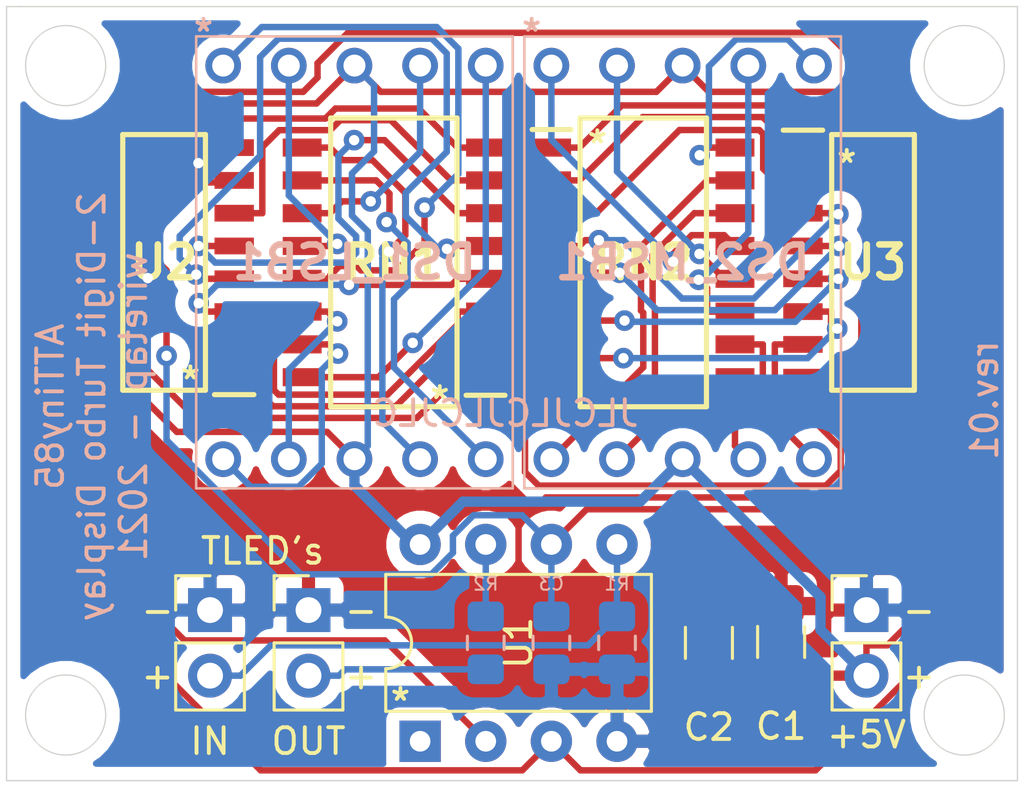
<source format=kicad_pcb>
(kicad_pcb (version 20171130) (host pcbnew "(5.1.6)-1")

  (general
    (thickness 1.6)
    (drawings 32)
    (tracks 406)
    (zones 0)
    (modules 15)
    (nets 44)
  )

  (page A4)
  (layers
    (0 F.Cu signal)
    (31 B.Cu signal)
    (32 B.Adhes user)
    (33 F.Adhes user)
    (34 B.Paste user)
    (35 F.Paste user)
    (36 B.SilkS user)
    (37 F.SilkS user)
    (38 B.Mask user)
    (39 F.Mask user)
    (40 Dwgs.User user)
    (41 Cmts.User user)
    (42 Eco1.User user)
    (43 Eco2.User user)
    (44 Edge.Cuts user)
    (45 Margin user)
    (46 B.CrtYd user)
    (47 F.CrtYd user)
    (48 B.Fab user)
    (49 F.Fab user)
  )

  (setup
    (last_trace_width 0.25)
    (user_trace_width 0.4)
    (trace_clearance 0.2)
    (zone_clearance 0.508)
    (zone_45_only no)
    (trace_min 0.2)
    (via_size 0.8)
    (via_drill 0.4)
    (via_min_size 0.4)
    (via_min_drill 0.3)
    (uvia_size 0.3)
    (uvia_drill 0.1)
    (uvias_allowed no)
    (uvia_min_size 0.2)
    (uvia_min_drill 0.1)
    (edge_width 0.05)
    (segment_width 0.2)
    (pcb_text_width 0.3)
    (pcb_text_size 1.5 1.5)
    (mod_edge_width 0.12)
    (mod_text_size 1 1)
    (mod_text_width 0.15)
    (pad_size 1.524 1.524)
    (pad_drill 0.762)
    (pad_to_mask_clearance 0.05)
    (aux_axis_origin 0 0)
    (visible_elements 7FFFFFFF)
    (pcbplotparams
      (layerselection 0x010fc_ffffffff)
      (usegerberextensions false)
      (usegerberattributes true)
      (usegerberadvancedattributes true)
      (creategerberjobfile true)
      (excludeedgelayer true)
      (linewidth 0.100000)
      (plotframeref false)
      (viasonmask false)
      (mode 1)
      (useauxorigin false)
      (hpglpennumber 1)
      (hpglpenspeed 20)
      (hpglpendiameter 15.000000)
      (psnegative false)
      (psa4output false)
      (plotreference true)
      (plotvalue true)
      (plotinvisibletext false)
      (padsonsilk false)
      (subtractmaskfromsilk false)
      (outputformat 1)
      (mirror false)
      (drillshape 0)
      (scaleselection 1)
      (outputdirectory "//192.168.1.100/Personal/Charlie/~Retro/~PCB's and Kits/Turbo Display/V2/Turbo-Display-V2/gerbers/"))
  )

  (net 0 "")
  (net 1 +5V)
  (net 2 GND)
  (net 3 "Net-(C3-Pad2)")
  (net 4 "Net-(DS1_LSB1-Pad1)")
  (net 5 "Net-(DS1_LSB1-Pad2)")
  (net 6 "Net-(DS1_LSB1-Pad4)")
  (net 7 "Net-(DS1_LSB1-Pad5)")
  (net 8 "Net-(DS1_LSB1-Pad6)")
  (net 9 "Net-(DS1_LSB1-Pad7)")
  (net 10 "Net-(DS1_LSB1-Pad9)")
  (net 11 "Net-(DS1_LSB1-Pad10)")
  (net 12 "Net-(DS2_MSB1-Pad10)")
  (net 13 "Net-(DS2_MSB1-Pad9)")
  (net 14 "Net-(DS2_MSB1-Pad7)")
  (net 15 "Net-(DS2_MSB1-Pad6)")
  (net 16 "Net-(DS2_MSB1-Pad5)")
  (net 17 "Net-(DS2_MSB1-Pad4)")
  (net 18 "Net-(DS2_MSB1-Pad2)")
  (net 19 "Net-(DS2_MSB1-Pad1)")
  (net 20 "Net-(J2-Pad2)")
  (net 21 "Net-(J3-Pad2)")
  (net 22 "Net-(R2-Pad2)")
  (net 23 "Net-(RN1-Pad1)")
  (net 24 "Net-(RN1-Pad2)")
  (net 25 "Net-(RN1-Pad3)")
  (net 26 "Net-(RN1-Pad4)")
  (net 27 "Net-(RN1-Pad5)")
  (net 28 "Net-(RN1-Pad6)")
  (net 29 "Net-(RN1-Pad7)")
  (net 30 "Net-(RN1-Pad8)")
  (net 31 "Net-(RN2-Pad8)")
  (net 32 "Net-(RN2-Pad7)")
  (net 33 "Net-(RN2-Pad6)")
  (net 34 "Net-(RN2-Pad5)")
  (net 35 "Net-(RN2-Pad4)")
  (net 36 "Net-(RN2-Pad3)")
  (net 37 "Net-(RN2-Pad2)")
  (net 38 "Net-(RN2-Pad1)")
  (net 39 "Net-(U1-Pad1)")
  (net 40 "Net-(U1-Pad2)")
  (net 41 "Net-(U2-Pad9)")
  (net 42 "Net-(U3-Pad9)")
  (net 43 "Net-(U1-Pad3)")

  (net_class Default "This is the default net class."
    (clearance 0.2)
    (trace_width 0.25)
    (via_dia 0.8)
    (via_drill 0.4)
    (uvia_dia 0.3)
    (uvia_drill 0.1)
    (add_net +5V)
    (add_net GND)
    (add_net "Net-(C3-Pad2)")
    (add_net "Net-(DS1_LSB1-Pad1)")
    (add_net "Net-(DS1_LSB1-Pad10)")
    (add_net "Net-(DS1_LSB1-Pad2)")
    (add_net "Net-(DS1_LSB1-Pad4)")
    (add_net "Net-(DS1_LSB1-Pad5)")
    (add_net "Net-(DS1_LSB1-Pad6)")
    (add_net "Net-(DS1_LSB1-Pad7)")
    (add_net "Net-(DS1_LSB1-Pad9)")
    (add_net "Net-(DS2_MSB1-Pad1)")
    (add_net "Net-(DS2_MSB1-Pad10)")
    (add_net "Net-(DS2_MSB1-Pad2)")
    (add_net "Net-(DS2_MSB1-Pad4)")
    (add_net "Net-(DS2_MSB1-Pad5)")
    (add_net "Net-(DS2_MSB1-Pad6)")
    (add_net "Net-(DS2_MSB1-Pad7)")
    (add_net "Net-(DS2_MSB1-Pad9)")
    (add_net "Net-(J2-Pad2)")
    (add_net "Net-(J3-Pad2)")
    (add_net "Net-(R2-Pad2)")
    (add_net "Net-(RN1-Pad1)")
    (add_net "Net-(RN1-Pad2)")
    (add_net "Net-(RN1-Pad3)")
    (add_net "Net-(RN1-Pad4)")
    (add_net "Net-(RN1-Pad5)")
    (add_net "Net-(RN1-Pad6)")
    (add_net "Net-(RN1-Pad7)")
    (add_net "Net-(RN1-Pad8)")
    (add_net "Net-(RN2-Pad1)")
    (add_net "Net-(RN2-Pad2)")
    (add_net "Net-(RN2-Pad3)")
    (add_net "Net-(RN2-Pad4)")
    (add_net "Net-(RN2-Pad5)")
    (add_net "Net-(RN2-Pad6)")
    (add_net "Net-(RN2-Pad7)")
    (add_net "Net-(RN2-Pad8)")
    (add_net "Net-(U1-Pad1)")
    (add_net "Net-(U1-Pad2)")
    (add_net "Net-(U1-Pad3)")
    (add_net "Net-(U2-Pad9)")
    (add_net "Net-(U3-Pad9)")
  )

  (module Capacitor_SMD:C_1206_3216Metric_Pad1.42x1.75mm_HandSolder (layer F.Cu) (tedit 5B301BBE) (tstamp 60305F30)
    (at 109.982 97.7535 90)
    (descr "Capacitor SMD 1206 (3216 Metric), square (rectangular) end terminal, IPC_7351 nominal with elongated pad for handsoldering. (Body size source: http://www.tortai-tech.com/upload/download/2011102023233369053.pdf), generated with kicad-footprint-generator")
    (tags "capacitor handsolder")
    (path /6036ADB8)
    (attr smd)
    (fp_text reference C1 (at -3.2655 0 180) (layer F.SilkS)
      (effects (font (size 1 1) (thickness 0.15)))
    )
    (fp_text value 0.1uF (at 0 1.82 90) (layer F.Fab)
      (effects (font (size 1 1) (thickness 0.15)))
    )
    (fp_line (start 2.45 1.12) (end -2.45 1.12) (layer F.CrtYd) (width 0.05))
    (fp_line (start 2.45 -1.12) (end 2.45 1.12) (layer F.CrtYd) (width 0.05))
    (fp_line (start -2.45 -1.12) (end 2.45 -1.12) (layer F.CrtYd) (width 0.05))
    (fp_line (start -2.45 1.12) (end -2.45 -1.12) (layer F.CrtYd) (width 0.05))
    (fp_line (start -0.602064 0.91) (end 0.602064 0.91) (layer F.SilkS) (width 0.12))
    (fp_line (start -0.602064 -0.91) (end 0.602064 -0.91) (layer F.SilkS) (width 0.12))
    (fp_line (start 1.6 0.8) (end -1.6 0.8) (layer F.Fab) (width 0.1))
    (fp_line (start 1.6 -0.8) (end 1.6 0.8) (layer F.Fab) (width 0.1))
    (fp_line (start -1.6 -0.8) (end 1.6 -0.8) (layer F.Fab) (width 0.1))
    (fp_line (start -1.6 0.8) (end -1.6 -0.8) (layer F.Fab) (width 0.1))
    (fp_text user %R (at 0 0 90) (layer F.Fab)
      (effects (font (size 0.8 0.8) (thickness 0.12)))
    )
    (pad 1 smd roundrect (at -1.4875 0 90) (size 1.425 1.75) (layers F.Cu F.Paste F.Mask) (roundrect_rratio 0.175439)
      (net 1 +5V))
    (pad 2 smd roundrect (at 1.4875 0 90) (size 1.425 1.75) (layers F.Cu F.Paste F.Mask) (roundrect_rratio 0.175439)
      (net 2 GND))
    (model ${KISYS3DMOD}/Capacitor_SMD.3dshapes/C_1206_3216Metric.wrl
      (at (xyz 0 0 0))
      (scale (xyz 1 1 1))
      (rotate (xyz 0 0 0))
    )
  )

  (module Capacitor_SMD:C_1206_3216Metric_Pad1.42x1.75mm_HandSolder (layer F.Cu) (tedit 5B301BBE) (tstamp 60305F41)
    (at 107.188 97.79 90)
    (descr "Capacitor SMD 1206 (3216 Metric), square (rectangular) end terminal, IPC_7351 nominal with elongated pad for handsoldering. (Body size source: http://www.tortai-tech.com/upload/download/2011102023233369053.pdf), generated with kicad-footprint-generator")
    (tags "capacitor handsolder")
    (path /60484213)
    (attr smd)
    (fp_text reference C2 (at -3.2655 0 180) (layer F.SilkS)
      (effects (font (size 1 1) (thickness 0.15)))
    )
    (fp_text value 0.1uF (at 0 1.82 90) (layer F.Fab)
      (effects (font (size 1 1) (thickness 0.15)))
    )
    (fp_line (start -1.6 0.8) (end -1.6 -0.8) (layer F.Fab) (width 0.1))
    (fp_line (start -1.6 -0.8) (end 1.6 -0.8) (layer F.Fab) (width 0.1))
    (fp_line (start 1.6 -0.8) (end 1.6 0.8) (layer F.Fab) (width 0.1))
    (fp_line (start 1.6 0.8) (end -1.6 0.8) (layer F.Fab) (width 0.1))
    (fp_line (start -0.602064 -0.91) (end 0.602064 -0.91) (layer F.SilkS) (width 0.12))
    (fp_line (start -0.602064 0.91) (end 0.602064 0.91) (layer F.SilkS) (width 0.12))
    (fp_line (start -2.45 1.12) (end -2.45 -1.12) (layer F.CrtYd) (width 0.05))
    (fp_line (start -2.45 -1.12) (end 2.45 -1.12) (layer F.CrtYd) (width 0.05))
    (fp_line (start 2.45 -1.12) (end 2.45 1.12) (layer F.CrtYd) (width 0.05))
    (fp_line (start 2.45 1.12) (end -2.45 1.12) (layer F.CrtYd) (width 0.05))
    (fp_text user %R (at 0 0 90) (layer F.Fab)
      (effects (font (size 0.8 0.8) (thickness 0.12)))
    )
    (pad 2 smd roundrect (at 1.4875 0 90) (size 1.425 1.75) (layers F.Cu F.Paste F.Mask) (roundrect_rratio 0.175439)
      (net 2 GND))
    (pad 1 smd roundrect (at -1.4875 0 90) (size 1.425 1.75) (layers F.Cu F.Paste F.Mask) (roundrect_rratio 0.175439)
      (net 1 +5V))
    (model ${KISYS3DMOD}/Capacitor_SMD.3dshapes/C_1206_3216Metric.wrl
      (at (xyz 0 0 0))
      (scale (xyz 1 1 1))
      (rotate (xyz 0 0 0))
    )
  )

  (module Capacitor_SMD:C_0805_2012Metric_Pad1.15x1.40mm_HandSolder (layer B.Cu) (tedit 5B36C52B) (tstamp 60305F52)
    (at 101.092 97.79 90)
    (descr "Capacitor SMD 0805 (2012 Metric), square (rectangular) end terminal, IPC_7351 nominal with elongated pad for handsoldering. (Body size source: https://docs.google.com/spreadsheets/d/1BsfQQcO9C6DZCsRaXUlFlo91Tg2WpOkGARC1WS5S8t0/edit?usp=sharing), generated with kicad-footprint-generator")
    (tags "capacitor handsolder")
    (path /6038287E)
    (attr smd)
    (fp_text reference C3 (at 2.286 0) (layer B.SilkS)
      (effects (font (size 0.5 0.5) (thickness 0.08)) (justify mirror))
    )
    (fp_text value 0.1uF (at 0 -1.65 270) (layer B.Fab)
      (effects (font (size 1 1) (thickness 0.15)) (justify mirror))
    )
    (fp_line (start 1.85 -0.95) (end -1.85 -0.95) (layer B.CrtYd) (width 0.05))
    (fp_line (start 1.85 0.95) (end 1.85 -0.95) (layer B.CrtYd) (width 0.05))
    (fp_line (start -1.85 0.95) (end 1.85 0.95) (layer B.CrtYd) (width 0.05))
    (fp_line (start -1.85 -0.95) (end -1.85 0.95) (layer B.CrtYd) (width 0.05))
    (fp_line (start -0.261252 -0.71) (end 0.261252 -0.71) (layer B.SilkS) (width 0.12))
    (fp_line (start -0.261252 0.71) (end 0.261252 0.71) (layer B.SilkS) (width 0.12))
    (fp_line (start 1 -0.6) (end -1 -0.6) (layer B.Fab) (width 0.1))
    (fp_line (start 1 0.6) (end 1 -0.6) (layer B.Fab) (width 0.1))
    (fp_line (start -1 0.6) (end 1 0.6) (layer B.Fab) (width 0.1))
    (fp_line (start -1 -0.6) (end -1 0.6) (layer B.Fab) (width 0.1))
    (fp_text user %R (at 0 0) (layer B.Fab)
      (effects (font (size 0.5 0.5) (thickness 0.08)) (justify mirror))
    )
    (pad 1 smd roundrect (at -1.025 0 90) (size 1.15 1.4) (layers B.Cu B.Paste B.Mask) (roundrect_rratio 0.217391)
      (net 2 GND))
    (pad 2 smd roundrect (at 1.025 0 90) (size 1.15 1.4) (layers B.Cu B.Paste B.Mask) (roundrect_rratio 0.217391)
      (net 3 "Net-(C3-Pad2)"))
    (model ${KISYS3DMOD}/Capacitor_SMD.3dshapes/C_0805_2012Metric.wrl
      (at (xyz 0 0 0))
      (scale (xyz 1 1 1))
      (rotate (xyz 0 0 0))
    )
  )

  (module TDSG5150N (layer B.Cu) (tedit 0) (tstamp 60305F6D)
    (at 88.392 75.438)
    (descr TDSG5150-N-2)
    (tags Display)
    (path /60393A71)
    (fp_text reference DS1_LSB1 (at 5.08 7.62) (layer B.SilkS)
      (effects (font (size 1.27 1.27) (thickness 0.254)) (justify mirror))
    )
    (fp_text value TDSG5150-N (at 5.08 7.62) (layer B.SilkS) hide
      (effects (font (size 1.27 1.27) (thickness 0.254)) (justify mirror))
    )
    (fp_line (start -2.045 -2.13) (end -2.045 17.37) (layer B.CrtYd) (width 0.1))
    (fp_line (start 12.205 -2.13) (end -2.045 -2.13) (layer B.CrtYd) (width 0.1))
    (fp_line (start 12.205 17.37) (end 12.205 -2.13) (layer B.CrtYd) (width 0.1))
    (fp_line (start -2.045 17.37) (end 12.205 17.37) (layer B.CrtYd) (width 0.1))
    (fp_line (start -1.045 -1.13) (end -1.045 16.37) (layer B.SilkS) (width 0.1))
    (fp_line (start 11.205 -1.13) (end -1.045 -1.13) (layer B.SilkS) (width 0.1))
    (fp_line (start 11.205 16.37) (end 11.205 -1.13) (layer B.SilkS) (width 0.1))
    (fp_line (start -1.045 16.37) (end 11.205 16.37) (layer B.SilkS) (width 0.1))
    (fp_line (start 11.205 -1.13) (end 11.205 16.37) (layer B.Fab) (width 0.2))
    (fp_line (start -1.045 -1.13) (end 11.205 -1.13) (layer B.Fab) (width 0.2))
    (fp_line (start -1.045 16.37) (end -1.045 -1.13) (layer B.Fab) (width 0.2))
    (fp_line (start 11.205 16.37) (end -1.045 16.37) (layer B.Fab) (width 0.2))
    (fp_text user %R (at 5.08 7.62) (layer B.Fab)
      (effects (font (size 1.27 1.27) (thickness 0.254)) (justify mirror))
    )
    (pad 1 thru_hole circle (at 0 0) (size 1.381 1.381) (drill 0.85) (layers *.Cu *.Mask)
      (net 4 "Net-(DS1_LSB1-Pad1)"))
    (pad 2 thru_hole circle (at 2.54 0) (size 1.381 1.381) (drill 0.85) (layers *.Cu *.Mask)
      (net 5 "Net-(DS1_LSB1-Pad2)"))
    (pad 3 thru_hole circle (at 5.08 0) (size 1.381 1.381) (drill 0.85) (layers *.Cu *.Mask)
      (net 1 +5V))
    (pad 4 thru_hole circle (at 7.62 0) (size 1.381 1.381) (drill 0.85) (layers *.Cu *.Mask)
      (net 6 "Net-(DS1_LSB1-Pad4)"))
    (pad 5 thru_hole circle (at 10.16 0) (size 1.381 1.381) (drill 0.85) (layers *.Cu *.Mask)
      (net 7 "Net-(DS1_LSB1-Pad5)"))
    (pad 6 thru_hole circle (at 10.16 15.24) (size 1.381 1.381) (drill 0.85) (layers *.Cu *.Mask)
      (net 8 "Net-(DS1_LSB1-Pad6)"))
    (pad 7 thru_hole circle (at 7.62 15.24) (size 1.381 1.381) (drill 0.85) (layers *.Cu *.Mask)
      (net 9 "Net-(DS1_LSB1-Pad7)"))
    (pad 8 thru_hole circle (at 5.08 15.24) (size 1.381 1.381) (drill 0.85) (layers *.Cu *.Mask)
      (net 1 +5V))
    (pad 9 thru_hole circle (at 2.54 15.24) (size 1.381 1.381) (drill 0.85) (layers *.Cu *.Mask)
      (net 10 "Net-(DS1_LSB1-Pad9)"))
    (pad 10 thru_hole circle (at 0 15.24) (size 1.381 1.381) (drill 0.85) (layers *.Cu *.Mask)
      (net 11 "Net-(DS1_LSB1-Pad10)"))
    (model "C:\\Users\\wiretap\\Downloads\\Kicad Library Downloads\\SamacSys_Parts.3dshapes\\TDSG5150-N.stp"
      (at (xyz 0 0 0))
      (scale (xyz 1 1 1))
      (rotate (xyz 0 0 0))
    )
  )

  (module TDSG5150N (layer B.Cu) (tedit 0) (tstamp 60305F88)
    (at 101.092 75.438)
    (descr TDSG5150-N-2)
    (tags Display)
    (path /60397850)
    (fp_text reference DS2_MSB1 (at 5.08 7.62) (layer B.SilkS)
      (effects (font (size 1.27 1.27) (thickness 0.254)) (justify mirror))
    )
    (fp_text value TDSG5150-N (at 5.08 7.62) (layer B.SilkS) hide
      (effects (font (size 1.27 1.27) (thickness 0.254)) (justify mirror))
    )
    (fp_line (start 11.205 16.37) (end -1.045 16.37) (layer B.Fab) (width 0.2))
    (fp_line (start -1.045 16.37) (end -1.045 -1.13) (layer B.Fab) (width 0.2))
    (fp_line (start -1.045 -1.13) (end 11.205 -1.13) (layer B.Fab) (width 0.2))
    (fp_line (start 11.205 -1.13) (end 11.205 16.37) (layer B.Fab) (width 0.2))
    (fp_line (start -1.045 16.37) (end 11.205 16.37) (layer B.SilkS) (width 0.1))
    (fp_line (start 11.205 16.37) (end 11.205 -1.13) (layer B.SilkS) (width 0.1))
    (fp_line (start 11.205 -1.13) (end -1.045 -1.13) (layer B.SilkS) (width 0.1))
    (fp_line (start -1.045 -1.13) (end -1.045 16.37) (layer B.SilkS) (width 0.1))
    (fp_line (start -2.045 17.37) (end 12.205 17.37) (layer B.CrtYd) (width 0.1))
    (fp_line (start 12.205 17.37) (end 12.205 -2.13) (layer B.CrtYd) (width 0.1))
    (fp_line (start 12.205 -2.13) (end -2.045 -2.13) (layer B.CrtYd) (width 0.1))
    (fp_line (start -2.045 -2.13) (end -2.045 17.37) (layer B.CrtYd) (width 0.1))
    (fp_text user %R (at 5.08 7.62) (layer B.Fab)
      (effects (font (size 1.27 1.27) (thickness 0.254)) (justify mirror))
    )
    (pad 10 thru_hole circle (at 0 15.24) (size 1.381 1.381) (drill 0.85) (layers *.Cu *.Mask)
      (net 12 "Net-(DS2_MSB1-Pad10)"))
    (pad 9 thru_hole circle (at 2.54 15.24) (size 1.381 1.381) (drill 0.85) (layers *.Cu *.Mask)
      (net 13 "Net-(DS2_MSB1-Pad9)"))
    (pad 8 thru_hole circle (at 5.08 15.24) (size 1.381 1.381) (drill 0.85) (layers *.Cu *.Mask)
      (net 1 +5V))
    (pad 7 thru_hole circle (at 7.62 15.24) (size 1.381 1.381) (drill 0.85) (layers *.Cu *.Mask)
      (net 14 "Net-(DS2_MSB1-Pad7)"))
    (pad 6 thru_hole circle (at 10.16 15.24) (size 1.381 1.381) (drill 0.85) (layers *.Cu *.Mask)
      (net 15 "Net-(DS2_MSB1-Pad6)"))
    (pad 5 thru_hole circle (at 10.16 0) (size 1.381 1.381) (drill 0.85) (layers *.Cu *.Mask)
      (net 16 "Net-(DS2_MSB1-Pad5)"))
    (pad 4 thru_hole circle (at 7.62 0) (size 1.381 1.381) (drill 0.85) (layers *.Cu *.Mask)
      (net 17 "Net-(DS2_MSB1-Pad4)"))
    (pad 3 thru_hole circle (at 5.08 0) (size 1.381 1.381) (drill 0.85) (layers *.Cu *.Mask)
      (net 1 +5V))
    (pad 2 thru_hole circle (at 2.54 0) (size 1.381 1.381) (drill 0.85) (layers *.Cu *.Mask)
      (net 18 "Net-(DS2_MSB1-Pad2)"))
    (pad 1 thru_hole circle (at 0 0) (size 1.381 1.381) (drill 0.85) (layers *.Cu *.Mask)
      (net 19 "Net-(DS2_MSB1-Pad1)"))
    (model "C:\\Users\\wiretap\\Downloads\\Kicad Library Downloads\\SamacSys_Parts.3dshapes\\TDSG5150-N.stp"
      (at (xyz 0 0 0))
      (scale (xyz 1 1 1))
      (rotate (xyz 0 0 0))
    )
  )

  (module Connector_PinHeader_2.54mm:PinHeader_1x02_P2.54mm_Vertical (layer F.Cu) (tedit 59FED5CC) (tstamp 60305F9E)
    (at 113.284 96.52)
    (descr "Through hole straight pin header, 1x02, 2.54mm pitch, single row")
    (tags "Through hole pin header THT 1x02 2.54mm single row")
    (path /602FDDEA)
    (fp_text reference J1 (at 0 -2.33) (layer F.SilkS) hide
      (effects (font (size 1 1) (thickness 0.15)))
    )
    (fp_text value +5V (at 0 4.87) (layer F.Fab)
      (effects (font (size 1 1) (thickness 0.15)))
    )
    (fp_line (start -0.635 -1.27) (end 1.27 -1.27) (layer F.Fab) (width 0.1))
    (fp_line (start 1.27 -1.27) (end 1.27 3.81) (layer F.Fab) (width 0.1))
    (fp_line (start 1.27 3.81) (end -1.27 3.81) (layer F.Fab) (width 0.1))
    (fp_line (start -1.27 3.81) (end -1.27 -0.635) (layer F.Fab) (width 0.1))
    (fp_line (start -1.27 -0.635) (end -0.635 -1.27) (layer F.Fab) (width 0.1))
    (fp_line (start -1.33 3.87) (end 1.33 3.87) (layer F.SilkS) (width 0.12))
    (fp_line (start -1.33 1.27) (end -1.33 3.87) (layer F.SilkS) (width 0.12))
    (fp_line (start 1.33 1.27) (end 1.33 3.87) (layer F.SilkS) (width 0.12))
    (fp_line (start -1.33 1.27) (end 1.33 1.27) (layer F.SilkS) (width 0.12))
    (fp_line (start -1.33 0) (end -1.33 -1.33) (layer F.SilkS) (width 0.12))
    (fp_line (start -1.33 -1.33) (end 0 -1.33) (layer F.SilkS) (width 0.12))
    (fp_line (start -1.8 -1.8) (end -1.8 4.35) (layer F.CrtYd) (width 0.05))
    (fp_line (start -1.8 4.35) (end 1.8 4.35) (layer F.CrtYd) (width 0.05))
    (fp_line (start 1.8 4.35) (end 1.8 -1.8) (layer F.CrtYd) (width 0.05))
    (fp_line (start 1.8 -1.8) (end -1.8 -1.8) (layer F.CrtYd) (width 0.05))
    (fp_text user %R (at 0 1.27 90) (layer F.Fab)
      (effects (font (size 1 1) (thickness 0.15)))
    )
    (pad 2 thru_hole oval (at 0 2.54) (size 1.7 1.7) (drill 1) (layers *.Cu *.Mask)
      (net 1 +5V))
    (pad 1 thru_hole rect (at 0 0) (size 1.7 1.7) (drill 1) (layers *.Cu *.Mask)
      (net 2 GND))
    (model ${KISYS3DMOD}/Connector_PinHeader_2.54mm.3dshapes/PinHeader_1x02_P2.54mm_Vertical.wrl
      (at (xyz 0 0 0))
      (scale (xyz 1 1 1))
      (rotate (xyz 0 0 0))
    )
  )

  (module Connector_PinHeader_2.54mm:PinHeader_1x02_P2.54mm_Vertical (layer F.Cu) (tedit 59FED5CC) (tstamp 60305FB4)
    (at 87.884 96.52)
    (descr "Through hole straight pin header, 1x02, 2.54mm pitch, single row")
    (tags "Through hole pin header THT 1x02 2.54mm single row")
    (path /602FC824)
    (fp_text reference J2 (at 0 -2.33) (layer F.SilkS) hide
      (effects (font (size 1 1) (thickness 0.15)))
    )
    (fp_text value TLED_IN (at 0 4.87) (layer F.Fab)
      (effects (font (size 1 1) (thickness 0.15)))
    )
    (fp_line (start 1.8 -1.8) (end -1.8 -1.8) (layer F.CrtYd) (width 0.05))
    (fp_line (start 1.8 4.35) (end 1.8 -1.8) (layer F.CrtYd) (width 0.05))
    (fp_line (start -1.8 4.35) (end 1.8 4.35) (layer F.CrtYd) (width 0.05))
    (fp_line (start -1.8 -1.8) (end -1.8 4.35) (layer F.CrtYd) (width 0.05))
    (fp_line (start -1.33 -1.33) (end 0 -1.33) (layer F.SilkS) (width 0.12))
    (fp_line (start -1.33 0) (end -1.33 -1.33) (layer F.SilkS) (width 0.12))
    (fp_line (start -1.33 1.27) (end 1.33 1.27) (layer F.SilkS) (width 0.12))
    (fp_line (start 1.33 1.27) (end 1.33 3.87) (layer F.SilkS) (width 0.12))
    (fp_line (start -1.33 1.27) (end -1.33 3.87) (layer F.SilkS) (width 0.12))
    (fp_line (start -1.33 3.87) (end 1.33 3.87) (layer F.SilkS) (width 0.12))
    (fp_line (start -1.27 -0.635) (end -0.635 -1.27) (layer F.Fab) (width 0.1))
    (fp_line (start -1.27 3.81) (end -1.27 -0.635) (layer F.Fab) (width 0.1))
    (fp_line (start 1.27 3.81) (end -1.27 3.81) (layer F.Fab) (width 0.1))
    (fp_line (start 1.27 -1.27) (end 1.27 3.81) (layer F.Fab) (width 0.1))
    (fp_line (start -0.635 -1.27) (end 1.27 -1.27) (layer F.Fab) (width 0.1))
    (fp_text user %R (at 0 1.27 90) (layer F.Fab)
      (effects (font (size 1 1) (thickness 0.15)))
    )
    (pad 1 thru_hole rect (at 0 0) (size 1.7 1.7) (drill 1) (layers *.Cu *.Mask)
      (net 2 GND))
    (pad 2 thru_hole oval (at 0 2.54) (size 1.7 1.7) (drill 1) (layers *.Cu *.Mask)
      (net 20 "Net-(J2-Pad2)"))
    (model ${KISYS3DMOD}/Connector_PinHeader_2.54mm.3dshapes/PinHeader_1x02_P2.54mm_Vertical.wrl
      (at (xyz 0 0 0))
      (scale (xyz 1 1 1))
      (rotate (xyz 0 0 0))
    )
  )

  (module Connector_PinHeader_2.54mm:PinHeader_1x02_P2.54mm_Vertical (layer F.Cu) (tedit 59FED5CC) (tstamp 60305FCA)
    (at 91.694 96.52)
    (descr "Through hole straight pin header, 1x02, 2.54mm pitch, single row")
    (tags "Through hole pin header THT 1x02 2.54mm single row")
    (path /6030EE93)
    (fp_text reference J3 (at 0 -2.33) (layer F.SilkS) hide
      (effects (font (size 1 1) (thickness 0.15)))
    )
    (fp_text value TLED_OUT (at 0 4.87) (layer F.Fab)
      (effects (font (size 1 1) (thickness 0.15)))
    )
    (fp_line (start 1.8 -1.8) (end -1.8 -1.8) (layer F.CrtYd) (width 0.05))
    (fp_line (start 1.8 4.35) (end 1.8 -1.8) (layer F.CrtYd) (width 0.05))
    (fp_line (start -1.8 4.35) (end 1.8 4.35) (layer F.CrtYd) (width 0.05))
    (fp_line (start -1.8 -1.8) (end -1.8 4.35) (layer F.CrtYd) (width 0.05))
    (fp_line (start -1.33 -1.33) (end 0 -1.33) (layer F.SilkS) (width 0.12))
    (fp_line (start -1.33 0) (end -1.33 -1.33) (layer F.SilkS) (width 0.12))
    (fp_line (start -1.33 1.27) (end 1.33 1.27) (layer F.SilkS) (width 0.12))
    (fp_line (start 1.33 1.27) (end 1.33 3.87) (layer F.SilkS) (width 0.12))
    (fp_line (start -1.33 1.27) (end -1.33 3.87) (layer F.SilkS) (width 0.12))
    (fp_line (start -1.33 3.87) (end 1.33 3.87) (layer F.SilkS) (width 0.12))
    (fp_line (start -1.27 -0.635) (end -0.635 -1.27) (layer F.Fab) (width 0.1))
    (fp_line (start -1.27 3.81) (end -1.27 -0.635) (layer F.Fab) (width 0.1))
    (fp_line (start 1.27 3.81) (end -1.27 3.81) (layer F.Fab) (width 0.1))
    (fp_line (start 1.27 -1.27) (end 1.27 3.81) (layer F.Fab) (width 0.1))
    (fp_line (start -0.635 -1.27) (end 1.27 -1.27) (layer F.Fab) (width 0.1))
    (fp_text user %R (at 0 1.27 90) (layer F.Fab)
      (effects (font (size 1 1) (thickness 0.15)))
    )
    (pad 1 thru_hole rect (at 0 0) (size 1.7 1.7) (drill 1) (layers *.Cu *.Mask)
      (net 2 GND))
    (pad 2 thru_hole oval (at 0 2.54) (size 1.7 1.7) (drill 1) (layers *.Cu *.Mask)
      (net 21 "Net-(J3-Pad2)"))
    (model ${KISYS3DMOD}/Connector_PinHeader_2.54mm.3dshapes/PinHeader_1x02_P2.54mm_Vertical.wrl
      (at (xyz 0 0 0))
      (scale (xyz 1 1 1))
      (rotate (xyz 0 0 0))
    )
  )

  (module Resistor_SMD:R_0805_2012Metric_Pad1.15x1.40mm_HandSolder (layer B.Cu) (tedit 5B36C52B) (tstamp 60305FDB)
    (at 103.632 97.79 270)
    (descr "Resistor SMD 0805 (2012 Metric), square (rectangular) end terminal, IPC_7351 nominal with elongated pad for handsoldering. (Body size source: https://docs.google.com/spreadsheets/d/1BsfQQcO9C6DZCsRaXUlFlo91Tg2WpOkGARC1WS5S8t0/edit?usp=sharing), generated with kicad-footprint-generator")
    (tags "resistor handsolder")
    (path /6036FD0F)
    (attr smd)
    (fp_text reference R1 (at -2.286 0) (layer B.SilkS)
      (effects (font (size 0.5 0.5) (thickness 0.08)) (justify mirror))
    )
    (fp_text value 10k (at 0 -1.65 270) (layer B.Fab)
      (effects (font (size 1 1) (thickness 0.15)) (justify mirror))
    )
    (fp_line (start 1.85 -0.95) (end -1.85 -0.95) (layer B.CrtYd) (width 0.05))
    (fp_line (start 1.85 0.95) (end 1.85 -0.95) (layer B.CrtYd) (width 0.05))
    (fp_line (start -1.85 0.95) (end 1.85 0.95) (layer B.CrtYd) (width 0.05))
    (fp_line (start -1.85 -0.95) (end -1.85 0.95) (layer B.CrtYd) (width 0.05))
    (fp_line (start -0.261252 -0.71) (end 0.261252 -0.71) (layer B.SilkS) (width 0.12))
    (fp_line (start -0.261252 0.71) (end 0.261252 0.71) (layer B.SilkS) (width 0.12))
    (fp_line (start 1 -0.6) (end -1 -0.6) (layer B.Fab) (width 0.1))
    (fp_line (start 1 0.6) (end 1 -0.6) (layer B.Fab) (width 0.1))
    (fp_line (start -1 0.6) (end 1 0.6) (layer B.Fab) (width 0.1))
    (fp_line (start -1 -0.6) (end -1 0.6) (layer B.Fab) (width 0.1))
    (fp_text user %R (at 0 0) (layer B.Fab)
      (effects (font (size 0.5 0.5) (thickness 0.08)) (justify mirror))
    )
    (pad 1 smd roundrect (at -1.025 0 270) (size 1.15 1.4) (layers B.Cu B.Paste B.Mask) (roundrect_rratio 0.217391)
      (net 20 "Net-(J2-Pad2)"))
    (pad 2 smd roundrect (at 1.025 0 270) (size 1.15 1.4) (layers B.Cu B.Paste B.Mask) (roundrect_rratio 0.217391)
      (net 2 GND))
    (model ${KISYS3DMOD}/Resistor_SMD.3dshapes/R_0805_2012Metric.wrl
      (at (xyz 0 0 0))
      (scale (xyz 1 1 1))
      (rotate (xyz 0 0 0))
    )
  )

  (module Resistor_SMD:R_0805_2012Metric_Pad1.15x1.40mm_HandSolder (layer B.Cu) (tedit 5B36C52B) (tstamp 60305FEC)
    (at 98.552 97.79 90)
    (descr "Resistor SMD 0805 (2012 Metric), square (rectangular) end terminal, IPC_7351 nominal with elongated pad for handsoldering. (Body size source: https://docs.google.com/spreadsheets/d/1BsfQQcO9C6DZCsRaXUlFlo91Tg2WpOkGARC1WS5S8t0/edit?usp=sharing), generated with kicad-footprint-generator")
    (tags "resistor handsolder")
    (path /60373A61)
    (attr smd)
    (fp_text reference R2 (at 2.286 0 180) (layer B.SilkS)
      (effects (font (size 0.5 0.5) (thickness 0.08)) (justify mirror))
    )
    (fp_text value 470 (at 0 -1.65 90) (layer B.Fab)
      (effects (font (size 1 1) (thickness 0.15)) (justify mirror))
    )
    (fp_line (start -1 -0.6) (end -1 0.6) (layer B.Fab) (width 0.1))
    (fp_line (start -1 0.6) (end 1 0.6) (layer B.Fab) (width 0.1))
    (fp_line (start 1 0.6) (end 1 -0.6) (layer B.Fab) (width 0.1))
    (fp_line (start 1 -0.6) (end -1 -0.6) (layer B.Fab) (width 0.1))
    (fp_line (start -0.261252 0.71) (end 0.261252 0.71) (layer B.SilkS) (width 0.12))
    (fp_line (start -0.261252 -0.71) (end 0.261252 -0.71) (layer B.SilkS) (width 0.12))
    (fp_line (start -1.85 -0.95) (end -1.85 0.95) (layer B.CrtYd) (width 0.05))
    (fp_line (start -1.85 0.95) (end 1.85 0.95) (layer B.CrtYd) (width 0.05))
    (fp_line (start 1.85 0.95) (end 1.85 -0.95) (layer B.CrtYd) (width 0.05))
    (fp_line (start 1.85 -0.95) (end -1.85 -0.95) (layer B.CrtYd) (width 0.05))
    (fp_text user %R (at 0 0 180) (layer B.Fab)
      (effects (font (size 0.5 0.5) (thickness 0.08)) (justify mirror))
    )
    (pad 2 smd roundrect (at 1.025 0 90) (size 1.15 1.4) (layers B.Cu B.Paste B.Mask) (roundrect_rratio 0.217391)
      (net 22 "Net-(R2-Pad2)"))
    (pad 1 smd roundrect (at -1.025 0 90) (size 1.15 1.4) (layers B.Cu B.Paste B.Mask) (roundrect_rratio 0.217391)
      (net 21 "Net-(J3-Pad2)"))
    (model ${KISYS3DMOD}/Resistor_SMD.3dshapes/R_0805_2012Metric.wrl
      (at (xyz 0 0 0))
      (scale (xyz 1 1 1))
      (rotate (xyz 0 0 0))
    )
  )

  (module SOIC127P762X240-16N (layer F.Cu) (tedit 0) (tstamp 6030600F)
    (at 94.996 83.058 180)
    (descr 4816P-1-221LF-)
    (tags "Resistor Network")
    (path /6040763A)
    (attr smd)
    (fp_text reference RN1 (at 0 0) (layer F.SilkS)
      (effects (font (size 1.27 1.27) (thickness 0.254)))
    )
    (fp_text value 4816P-T01-471LF (at 0 0) (layer F.SilkS) hide
      (effects (font (size 1.27 1.27) (thickness 0.254)))
    )
    (fp_line (start -4.3 -5.145) (end -2.795 -5.145) (layer F.SilkS) (width 0.2))
    (fp_line (start -2.445 5.59) (end -2.445 -5.59) (layer F.SilkS) (width 0.2))
    (fp_line (start 2.445 5.59) (end -2.445 5.59) (layer F.SilkS) (width 0.2))
    (fp_line (start 2.445 -5.59) (end 2.445 5.59) (layer F.SilkS) (width 0.2))
    (fp_line (start -2.445 -5.59) (end 2.445 -5.59) (layer F.SilkS) (width 0.2))
    (fp_line (start -2.795 -4.32) (end -1.525 -5.59) (layer F.Fab) (width 0.1))
    (fp_line (start -2.795 5.59) (end -2.795 -5.59) (layer F.Fab) (width 0.1))
    (fp_line (start 2.795 5.59) (end -2.795 5.59) (layer F.Fab) (width 0.1))
    (fp_line (start 2.795 -5.59) (end 2.795 5.59) (layer F.Fab) (width 0.1))
    (fp_line (start -2.795 -5.59) (end 2.795 -5.59) (layer F.Fab) (width 0.1))
    (fp_line (start -4.55 5.9) (end -4.55 -5.9) (layer F.CrtYd) (width 0.05))
    (fp_line (start 4.55 5.9) (end -4.55 5.9) (layer F.CrtYd) (width 0.05))
    (fp_line (start 4.55 -5.9) (end 4.55 5.9) (layer F.CrtYd) (width 0.05))
    (fp_line (start -4.55 -5.9) (end 4.55 -5.9) (layer F.CrtYd) (width 0.05))
    (fp_text user %R (at 0 0) (layer F.Fab)
      (effects (font (size 1.27 1.27) (thickness 0.254)))
    )
    (pad 1 smd rect (at -3.548 -4.445 270) (size 0.7 1.505) (layers F.Cu F.Paste F.Mask)
      (net 23 "Net-(RN1-Pad1)"))
    (pad 2 smd rect (at -3.548 -3.175 270) (size 0.7 1.505) (layers F.Cu F.Paste F.Mask)
      (net 24 "Net-(RN1-Pad2)"))
    (pad 3 smd rect (at -3.548 -1.905 270) (size 0.7 1.505) (layers F.Cu F.Paste F.Mask)
      (net 25 "Net-(RN1-Pad3)"))
    (pad 4 smd rect (at -3.548 -0.635 270) (size 0.7 1.505) (layers F.Cu F.Paste F.Mask)
      (net 26 "Net-(RN1-Pad4)"))
    (pad 5 smd rect (at -3.548 0.635 270) (size 0.7 1.505) (layers F.Cu F.Paste F.Mask)
      (net 27 "Net-(RN1-Pad5)"))
    (pad 6 smd rect (at -3.548 1.905 270) (size 0.7 1.505) (layers F.Cu F.Paste F.Mask)
      (net 28 "Net-(RN1-Pad6)"))
    (pad 7 smd rect (at -3.548 3.175 270) (size 0.7 1.505) (layers F.Cu F.Paste F.Mask)
      (net 29 "Net-(RN1-Pad7)"))
    (pad 8 smd rect (at -3.548 4.445 270) (size 0.7 1.505) (layers F.Cu F.Paste F.Mask)
      (net 30 "Net-(RN1-Pad8)"))
    (pad 9 smd rect (at 3.548 4.445 270) (size 0.7 1.505) (layers F.Cu F.Paste F.Mask)
      (net 9 "Net-(DS1_LSB1-Pad7)"))
    (pad 10 smd rect (at 3.548 3.175 270) (size 0.7 1.505) (layers F.Cu F.Paste F.Mask)
      (net 8 "Net-(DS1_LSB1-Pad6)"))
    (pad 11 smd rect (at 3.548 1.905 270) (size 0.7 1.505) (layers F.Cu F.Paste F.Mask)
      (net 6 "Net-(DS1_LSB1-Pad4)"))
    (pad 12 smd rect (at 3.548 0.635 270) (size 0.7 1.505) (layers F.Cu F.Paste F.Mask)
      (net 5 "Net-(DS1_LSB1-Pad2)"))
    (pad 13 smd rect (at 3.548 -0.635 270) (size 0.7 1.505) (layers F.Cu F.Paste F.Mask)
      (net 4 "Net-(DS1_LSB1-Pad1)"))
    (pad 14 smd rect (at 3.548 -1.905 270) (size 0.7 1.505) (layers F.Cu F.Paste F.Mask)
      (net 10 "Net-(DS1_LSB1-Pad9)"))
    (pad 15 smd rect (at 3.548 -3.175 270) (size 0.7 1.505) (layers F.Cu F.Paste F.Mask)
      (net 11 "Net-(DS1_LSB1-Pad10)"))
    (pad 16 smd rect (at 3.548 -4.445 270) (size 0.7 1.505) (layers F.Cu F.Paste F.Mask)
      (net 7 "Net-(DS1_LSB1-Pad5)"))
    (model "C:\\Users\\wiretap\\Downloads\\Kicad Library Downloads\\SamacSys_Parts.3dshapes\\4816P-T01-471LF.stp"
      (at (xyz 0 0 0))
      (scale (xyz 1 1 1))
      (rotate (xyz 0 0 0))
    )
  )

  (module SOIC127P762X240-16N (layer F.Cu) (tedit 0) (tstamp 60306032)
    (at 104.648 83.058)
    (descr 4816P-1-221LF-)
    (tags "Resistor Network")
    (path /6040C502)
    (attr smd)
    (fp_text reference RN2 (at 0 0) (layer F.SilkS)
      (effects (font (size 1.27 1.27) (thickness 0.254)))
    )
    (fp_text value 4816P-T01-471LF (at 0 0) (layer F.SilkS) hide
      (effects (font (size 1.27 1.27) (thickness 0.254)))
    )
    (fp_line (start -4.55 -5.9) (end 4.55 -5.9) (layer F.CrtYd) (width 0.05))
    (fp_line (start 4.55 -5.9) (end 4.55 5.9) (layer F.CrtYd) (width 0.05))
    (fp_line (start 4.55 5.9) (end -4.55 5.9) (layer F.CrtYd) (width 0.05))
    (fp_line (start -4.55 5.9) (end -4.55 -5.9) (layer F.CrtYd) (width 0.05))
    (fp_line (start -2.795 -5.59) (end 2.795 -5.59) (layer F.Fab) (width 0.1))
    (fp_line (start 2.795 -5.59) (end 2.795 5.59) (layer F.Fab) (width 0.1))
    (fp_line (start 2.795 5.59) (end -2.795 5.59) (layer F.Fab) (width 0.1))
    (fp_line (start -2.795 5.59) (end -2.795 -5.59) (layer F.Fab) (width 0.1))
    (fp_line (start -2.795 -4.32) (end -1.525 -5.59) (layer F.Fab) (width 0.1))
    (fp_line (start -2.445 -5.59) (end 2.445 -5.59) (layer F.SilkS) (width 0.2))
    (fp_line (start 2.445 -5.59) (end 2.445 5.59) (layer F.SilkS) (width 0.2))
    (fp_line (start 2.445 5.59) (end -2.445 5.59) (layer F.SilkS) (width 0.2))
    (fp_line (start -2.445 5.59) (end -2.445 -5.59) (layer F.SilkS) (width 0.2))
    (fp_line (start -4.3 -5.145) (end -2.795 -5.145) (layer F.SilkS) (width 0.2))
    (fp_text user %R (at 0 0) (layer F.Fab)
      (effects (font (size 1.27 1.27) (thickness 0.254)))
    )
    (pad 16 smd rect (at 3.548 -4.445 90) (size 0.7 1.505) (layers F.Cu F.Paste F.Mask)
      (net 16 "Net-(DS2_MSB1-Pad5)"))
    (pad 15 smd rect (at 3.548 -3.175 90) (size 0.7 1.505) (layers F.Cu F.Paste F.Mask)
      (net 12 "Net-(DS2_MSB1-Pad10)"))
    (pad 14 smd rect (at 3.548 -1.905 90) (size 0.7 1.505) (layers F.Cu F.Paste F.Mask)
      (net 13 "Net-(DS2_MSB1-Pad9)"))
    (pad 13 smd rect (at 3.548 -0.635 90) (size 0.7 1.505) (layers F.Cu F.Paste F.Mask)
      (net 19 "Net-(DS2_MSB1-Pad1)"))
    (pad 12 smd rect (at 3.548 0.635 90) (size 0.7 1.505) (layers F.Cu F.Paste F.Mask)
      (net 18 "Net-(DS2_MSB1-Pad2)"))
    (pad 11 smd rect (at 3.548 1.905 90) (size 0.7 1.505) (layers F.Cu F.Paste F.Mask)
      (net 17 "Net-(DS2_MSB1-Pad4)"))
    (pad 10 smd rect (at 3.548 3.175 90) (size 0.7 1.505) (layers F.Cu F.Paste F.Mask)
      (net 15 "Net-(DS2_MSB1-Pad6)"))
    (pad 9 smd rect (at 3.548 4.445 90) (size 0.7 1.505) (layers F.Cu F.Paste F.Mask)
      (net 14 "Net-(DS2_MSB1-Pad7)"))
    (pad 8 smd rect (at -3.548 4.445 90) (size 0.7 1.505) (layers F.Cu F.Paste F.Mask)
      (net 31 "Net-(RN2-Pad8)"))
    (pad 7 smd rect (at -3.548 3.175 90) (size 0.7 1.505) (layers F.Cu F.Paste F.Mask)
      (net 32 "Net-(RN2-Pad7)"))
    (pad 6 smd rect (at -3.548 1.905 90) (size 0.7 1.505) (layers F.Cu F.Paste F.Mask)
      (net 33 "Net-(RN2-Pad6)"))
    (pad 5 smd rect (at -3.548 0.635 90) (size 0.7 1.505) (layers F.Cu F.Paste F.Mask)
      (net 34 "Net-(RN2-Pad5)"))
    (pad 4 smd rect (at -3.548 -0.635 90) (size 0.7 1.505) (layers F.Cu F.Paste F.Mask)
      (net 35 "Net-(RN2-Pad4)"))
    (pad 3 smd rect (at -3.548 -1.905 90) (size 0.7 1.505) (layers F.Cu F.Paste F.Mask)
      (net 36 "Net-(RN2-Pad3)"))
    (pad 2 smd rect (at -3.548 -3.175 90) (size 0.7 1.505) (layers F.Cu F.Paste F.Mask)
      (net 37 "Net-(RN2-Pad2)"))
    (pad 1 smd rect (at -3.548 -4.445 90) (size 0.7 1.505) (layers F.Cu F.Paste F.Mask)
      (net 38 "Net-(RN2-Pad1)"))
    (model "C:\\Users\\wiretap\\Downloads\\Kicad Library Downloads\\SamacSys_Parts.3dshapes\\4816P-T01-471LF.stp"
      (at (xyz 0 0 0))
      (scale (xyz 1 1 1))
      (rotate (xyz 0 0 0))
    )
  )

  (module Package_DIP:DIP-8_W7.62mm (layer F.Cu) (tedit 5A02E8C5) (tstamp 6030604E)
    (at 96.012 101.6 90)
    (descr "8-lead though-hole mounted DIP package, row spacing 7.62 mm (300 mils)")
    (tags "THT DIP DIL PDIP 2.54mm 7.62mm 300mil")
    (path /60318E7C)
    (fp_text reference U1 (at 3.81 3.81 90) (layer F.SilkS)
      (effects (font (size 1 1) (thickness 0.15)))
    )
    (fp_text value ATtiny85 (at 3.81 9.95 90) (layer F.Fab)
      (effects (font (size 1 1) (thickness 0.15)))
    )
    (fp_line (start 8.7 -1.55) (end -1.1 -1.55) (layer F.CrtYd) (width 0.05))
    (fp_line (start 8.7 9.15) (end 8.7 -1.55) (layer F.CrtYd) (width 0.05))
    (fp_line (start -1.1 9.15) (end 8.7 9.15) (layer F.CrtYd) (width 0.05))
    (fp_line (start -1.1 -1.55) (end -1.1 9.15) (layer F.CrtYd) (width 0.05))
    (fp_line (start 6.46 -1.33) (end 4.81 -1.33) (layer F.SilkS) (width 0.12))
    (fp_line (start 6.46 8.95) (end 6.46 -1.33) (layer F.SilkS) (width 0.12))
    (fp_line (start 1.16 8.95) (end 6.46 8.95) (layer F.SilkS) (width 0.12))
    (fp_line (start 1.16 -1.33) (end 1.16 8.95) (layer F.SilkS) (width 0.12))
    (fp_line (start 2.81 -1.33) (end 1.16 -1.33) (layer F.SilkS) (width 0.12))
    (fp_line (start 0.635 -0.27) (end 1.635 -1.27) (layer F.Fab) (width 0.1))
    (fp_line (start 0.635 8.89) (end 0.635 -0.27) (layer F.Fab) (width 0.1))
    (fp_line (start 6.985 8.89) (end 0.635 8.89) (layer F.Fab) (width 0.1))
    (fp_line (start 6.985 -1.27) (end 6.985 8.89) (layer F.Fab) (width 0.1))
    (fp_line (start 1.635 -1.27) (end 6.985 -1.27) (layer F.Fab) (width 0.1))
    (fp_arc (start 3.81 -1.33) (end 2.81 -1.33) (angle -180) (layer F.SilkS) (width 0.12))
    (fp_text user %R (at 3.81 3.81 90) (layer F.Fab)
      (effects (font (size 1 1) (thickness 0.15)))
    )
    (pad 1 thru_hole rect (at 0 0 90) (size 1.6 1.6) (drill 0.8) (layers *.Cu *.Mask)
      (net 39 "Net-(U1-Pad1)"))
    (pad 5 thru_hole oval (at 7.62 7.62 90) (size 1.6 1.6) (drill 0.8) (layers *.Cu *.Mask)
      (net 20 "Net-(J2-Pad2)"))
    (pad 2 thru_hole oval (at 0 2.54 90) (size 1.6 1.6) (drill 0.8) (layers *.Cu *.Mask)
      (net 40 "Net-(U1-Pad2)"))
    (pad 6 thru_hole oval (at 7.62 5.08 90) (size 1.6 1.6) (drill 0.8) (layers *.Cu *.Mask)
      (net 3 "Net-(C3-Pad2)"))
    (pad 3 thru_hole oval (at 0 5.08 90) (size 1.6 1.6) (drill 0.8) (layers *.Cu *.Mask)
      (net 43 "Net-(U1-Pad3)"))
    (pad 7 thru_hole oval (at 7.62 2.54 90) (size 1.6 1.6) (drill 0.8) (layers *.Cu *.Mask)
      (net 22 "Net-(R2-Pad2)"))
    (pad 4 thru_hole oval (at 0 7.62 90) (size 1.6 1.6) (drill 0.8) (layers *.Cu *.Mask)
      (net 2 GND))
    (pad 8 thru_hole oval (at 7.62 0 90) (size 1.6 1.6) (drill 0.8) (layers *.Cu *.Mask)
      (net 1 +5V))
    (model ${KISYS3DMOD}/Package_DIP.3dshapes/DIP-8_W7.62mm.wrl
      (at (xyz 0 0 0))
      (scale (xyz 1 1 1))
      (rotate (xyz 0 0 0))
    )
  )

  (module SamacSys_Parts:SOIC127P600X175-16N (layer F.Cu) (tedit 0) (tstamp 60306071)
    (at 86.106 83.058 180)
    (descr "D (R-PDSO-G16)")
    (tags "Integrated Circuit")
    (path /6037A1A5)
    (attr smd)
    (fp_text reference U2 (at 0 0) (layer F.SilkS)
      (effects (font (size 1.27 1.27) (thickness 0.254)))
    )
    (fp_text value SN74HC595DR (at 0 0) (layer F.SilkS) hide
      (effects (font (size 1.27 1.27) (thickness 0.254)))
    )
    (fp_line (start -3.475 -5.12) (end -1.95 -5.12) (layer F.SilkS) (width 0.2))
    (fp_line (start -1.6 4.95) (end -1.6 -4.95) (layer F.SilkS) (width 0.2))
    (fp_line (start 1.6 4.95) (end -1.6 4.95) (layer F.SilkS) (width 0.2))
    (fp_line (start 1.6 -4.95) (end 1.6 4.95) (layer F.SilkS) (width 0.2))
    (fp_line (start -1.6 -4.95) (end 1.6 -4.95) (layer F.SilkS) (width 0.2))
    (fp_line (start -1.95 -3.68) (end -0.68 -4.95) (layer F.Fab) (width 0.1))
    (fp_line (start -1.95 4.95) (end -1.95 -4.95) (layer F.Fab) (width 0.1))
    (fp_line (start 1.95 4.95) (end -1.95 4.95) (layer F.Fab) (width 0.1))
    (fp_line (start 1.95 -4.95) (end 1.95 4.95) (layer F.Fab) (width 0.1))
    (fp_line (start -1.95 -4.95) (end 1.95 -4.95) (layer F.Fab) (width 0.1))
    (fp_line (start -3.725 5.25) (end -3.725 -5.25) (layer F.CrtYd) (width 0.05))
    (fp_line (start 3.725 5.25) (end -3.725 5.25) (layer F.CrtYd) (width 0.05))
    (fp_line (start 3.725 -5.25) (end 3.725 5.25) (layer F.CrtYd) (width 0.05))
    (fp_line (start -3.725 -5.25) (end 3.725 -5.25) (layer F.CrtYd) (width 0.05))
    (fp_text user %R (at 0 0) (layer F.Fab)
      (effects (font (size 1.27 1.27) (thickness 0.254)))
    )
    (pad 1 smd rect (at -2.712 -4.445 270) (size 0.65 1.525) (layers F.Cu F.Paste F.Mask)
      (net 24 "Net-(RN1-Pad2)"))
    (pad 2 smd rect (at -2.712 -3.175 270) (size 0.65 1.525) (layers F.Cu F.Paste F.Mask)
      (net 25 "Net-(RN1-Pad3)"))
    (pad 3 smd rect (at -2.712 -1.905 270) (size 0.65 1.525) (layers F.Cu F.Paste F.Mask)
      (net 26 "Net-(RN1-Pad4)"))
    (pad 4 smd rect (at -2.712 -0.635 270) (size 0.65 1.525) (layers F.Cu F.Paste F.Mask)
      (net 27 "Net-(RN1-Pad5)"))
    (pad 5 smd rect (at -2.712 0.635 270) (size 0.65 1.525) (layers F.Cu F.Paste F.Mask)
      (net 28 "Net-(RN1-Pad6)"))
    (pad 6 smd rect (at -2.712 1.905 270) (size 0.65 1.525) (layers F.Cu F.Paste F.Mask)
      (net 29 "Net-(RN1-Pad7)"))
    (pad 7 smd rect (at -2.712 3.175 270) (size 0.65 1.525) (layers F.Cu F.Paste F.Mask)
      (net 30 "Net-(RN1-Pad8)"))
    (pad 8 smd rect (at -2.712 4.445 270) (size 0.65 1.525) (layers F.Cu F.Paste F.Mask)
      (net 2 GND))
    (pad 9 smd rect (at 2.712 4.445 270) (size 0.65 1.525) (layers F.Cu F.Paste F.Mask)
      (net 41 "Net-(U2-Pad9)"))
    (pad 10 smd rect (at 2.712 3.175 270) (size 0.65 1.525) (layers F.Cu F.Paste F.Mask)
      (net 1 +5V))
    (pad 11 smd rect (at 2.712 1.905 270) (size 0.65 1.525) (layers F.Cu F.Paste F.Mask)
      (net 43 "Net-(U1-Pad3)"))
    (pad 12 smd rect (at 2.712 0.635 270) (size 0.65 1.525) (layers F.Cu F.Paste F.Mask)
      (net 3 "Net-(C3-Pad2)"))
    (pad 13 smd rect (at 2.712 -0.635 270) (size 0.65 1.525) (layers F.Cu F.Paste F.Mask)
      (net 2 GND))
    (pad 14 smd rect (at 2.712 -1.905 270) (size 0.65 1.525) (layers F.Cu F.Paste F.Mask)
      (net 40 "Net-(U1-Pad2)"))
    (pad 15 smd rect (at 2.712 -3.175 270) (size 0.65 1.525) (layers F.Cu F.Paste F.Mask)
      (net 23 "Net-(RN1-Pad1)"))
    (pad 16 smd rect (at 2.712 -4.445 270) (size 0.65 1.525) (layers F.Cu F.Paste F.Mask)
      (net 1 +5V))
    (model "C:\\Users\\wiretap\\Downloads\\Kicad Library Downloads\\SamacSys_Parts.3dshapes\\SN74HC595DR.stp"
      (at (xyz 0 0 0))
      (scale (xyz 1 1 1))
      (rotate (xyz 0 0 0))
    )
  )

  (module SamacSys_Parts:SOIC127P600X175-16N (layer F.Cu) (tedit 0) (tstamp 60306094)
    (at 113.538 83.058)
    (descr "D (R-PDSO-G16)")
    (tags "Integrated Circuit")
    (path /6037C7E8)
    (attr smd)
    (fp_text reference U3 (at 0 0) (layer F.SilkS)
      (effects (font (size 1.27 1.27) (thickness 0.254)))
    )
    (fp_text value SN74HC595DR (at 0 0) (layer F.SilkS) hide
      (effects (font (size 1.27 1.27) (thickness 0.254)))
    )
    (fp_line (start -3.725 -5.25) (end 3.725 -5.25) (layer F.CrtYd) (width 0.05))
    (fp_line (start 3.725 -5.25) (end 3.725 5.25) (layer F.CrtYd) (width 0.05))
    (fp_line (start 3.725 5.25) (end -3.725 5.25) (layer F.CrtYd) (width 0.05))
    (fp_line (start -3.725 5.25) (end -3.725 -5.25) (layer F.CrtYd) (width 0.05))
    (fp_line (start -1.95 -4.95) (end 1.95 -4.95) (layer F.Fab) (width 0.1))
    (fp_line (start 1.95 -4.95) (end 1.95 4.95) (layer F.Fab) (width 0.1))
    (fp_line (start 1.95 4.95) (end -1.95 4.95) (layer F.Fab) (width 0.1))
    (fp_line (start -1.95 4.95) (end -1.95 -4.95) (layer F.Fab) (width 0.1))
    (fp_line (start -1.95 -3.68) (end -0.68 -4.95) (layer F.Fab) (width 0.1))
    (fp_line (start -1.6 -4.95) (end 1.6 -4.95) (layer F.SilkS) (width 0.2))
    (fp_line (start 1.6 -4.95) (end 1.6 4.95) (layer F.SilkS) (width 0.2))
    (fp_line (start 1.6 4.95) (end -1.6 4.95) (layer F.SilkS) (width 0.2))
    (fp_line (start -1.6 4.95) (end -1.6 -4.95) (layer F.SilkS) (width 0.2))
    (fp_line (start -3.475 -5.12) (end -1.95 -5.12) (layer F.SilkS) (width 0.2))
    (fp_text user %R (at 0 0) (layer F.Fab)
      (effects (font (size 1.27 1.27) (thickness 0.254)))
    )
    (pad 16 smd rect (at 2.712 -4.445 90) (size 0.65 1.525) (layers F.Cu F.Paste F.Mask)
      (net 1 +5V))
    (pad 15 smd rect (at 2.712 -3.175 90) (size 0.65 1.525) (layers F.Cu F.Paste F.Mask)
      (net 38 "Net-(RN2-Pad1)"))
    (pad 14 smd rect (at 2.712 -1.905 90) (size 0.65 1.525) (layers F.Cu F.Paste F.Mask)
      (net 41 "Net-(U2-Pad9)"))
    (pad 13 smd rect (at 2.712 -0.635 90) (size 0.65 1.525) (layers F.Cu F.Paste F.Mask)
      (net 2 GND))
    (pad 12 smd rect (at 2.712 0.635 90) (size 0.65 1.525) (layers F.Cu F.Paste F.Mask)
      (net 3 "Net-(C3-Pad2)"))
    (pad 11 smd rect (at 2.712 1.905 90) (size 0.65 1.525) (layers F.Cu F.Paste F.Mask)
      (net 43 "Net-(U1-Pad3)"))
    (pad 10 smd rect (at 2.712 3.175 90) (size 0.65 1.525) (layers F.Cu F.Paste F.Mask)
      (net 1 +5V))
    (pad 9 smd rect (at 2.712 4.445 90) (size 0.65 1.525) (layers F.Cu F.Paste F.Mask)
      (net 42 "Net-(U3-Pad9)"))
    (pad 8 smd rect (at -2.712 4.445 90) (size 0.65 1.525) (layers F.Cu F.Paste F.Mask)
      (net 2 GND))
    (pad 7 smd rect (at -2.712 3.175 90) (size 0.65 1.525) (layers F.Cu F.Paste F.Mask)
      (net 31 "Net-(RN2-Pad8)"))
    (pad 6 smd rect (at -2.712 1.905 90) (size 0.65 1.525) (layers F.Cu F.Paste F.Mask)
      (net 32 "Net-(RN2-Pad7)"))
    (pad 5 smd rect (at -2.712 0.635 90) (size 0.65 1.525) (layers F.Cu F.Paste F.Mask)
      (net 33 "Net-(RN2-Pad6)"))
    (pad 4 smd rect (at -2.712 -0.635 90) (size 0.65 1.525) (layers F.Cu F.Paste F.Mask)
      (net 34 "Net-(RN2-Pad5)"))
    (pad 3 smd rect (at -2.712 -1.905 90) (size 0.65 1.525) (layers F.Cu F.Paste F.Mask)
      (net 35 "Net-(RN2-Pad4)"))
    (pad 2 smd rect (at -2.712 -3.175 90) (size 0.65 1.525) (layers F.Cu F.Paste F.Mask)
      (net 36 "Net-(RN2-Pad3)"))
    (pad 1 smd rect (at -2.712 -4.445 90) (size 0.65 1.525) (layers F.Cu F.Paste F.Mask)
      (net 37 "Net-(RN2-Pad2)"))
    (model "C:\\Users\\wiretap\\Downloads\\Kicad Library Downloads\\SamacSys_Parts.3dshapes\\SN74HC595DR.stp"
      (at (xyz 0 0 0))
      (scale (xyz 1 1 1))
      (rotate (xyz 0 0 0))
    )
  )

  (gr_text JLCJLCJLCJLC (at 99.314 88.9) (layer B.SilkS)
    (effects (font (size 1 1) (thickness 0.15)) (justify mirror))
  )
  (gr_text rev.01 (at 117.856 88.392 90) (layer B.SilkS)
    (effects (font (size 1 1) (thickness 0.15)) (justify mirror))
  )
  (gr_circle (center 117.068 100.584) (end 118.618 100.584) (layer Edge.Cuts) (width 0.05) (tstamp 60355144))
  (gr_circle (center 82.296 75.438) (end 83.846 75.438) (layer Edge.Cuts) (width 0.05) (tstamp 60355144))
  (gr_text "ATTiny85\n2-Digit Turbo Display\nwiretap - 2021" (at 83.312 88.646 90) (layer B.SilkS)
    (effects (font (size 1 1) (thickness 0.15)) (justify mirror))
  )
  (gr_text - (at 93.726 96.52) (layer F.SilkS) (tstamp 6035376A)
    (effects (font (size 1 1) (thickness 0.15)))
  )
  (gr_text + (at 93.726 99.06) (layer F.SilkS) (tstamp 6035374E)
    (effects (font (size 1 1) (thickness 0.15)))
  )
  (gr_text * (at 100.33 74.168) (layer B.SilkS)
    (effects (font (size 1 1) (thickness 0.15)) (justify mirror))
  )
  (gr_text * (at 87.63 74.168) (layer B.SilkS)
    (effects (font (size 1 1) (thickness 0.15)) (justify mirror))
  )
  (gr_text * (at 95.25 100.076) (layer F.SilkS)
    (effects (font (size 1 1) (thickness 0.15)))
  )
  (gr_text * (at 112.522 79.248) (layer F.SilkS)
    (effects (font (size 1 1) (thickness 0.15)))
  )
  (gr_text * (at 102.87 78.486) (layer F.SilkS)
    (effects (font (size 1 1) (thickness 0.15)))
  )
  (gr_text * (at 87.122 87.63) (layer F.SilkS)
    (effects (font (size 1 1) (thickness 0.15)))
  )
  (gr_text * (at 96.774 88.392) (layer F.SilkS)
    (effects (font (size 1 1) (thickness 0.15)))
  )
  (gr_line (start 80.01 73.152) (end 80.518 73.152) (layer Edge.Cuts) (width 0.05) (tstamp 603097D4))
  (gr_line (start 80.01 103.124) (end 80.518 103.124) (layer Edge.Cuts) (width 0.05) (tstamp 603097D3))
  (gr_circle (center 82.296 100.584) (end 83.846 100.584) (layer Edge.Cuts) (width 0.05) (tstamp 60309736))
  (gr_line (start 80.518 103.124) (end 82.55 103.124) (layer Edge.Cuts) (width 0.05) (tstamp 60309732))
  (gr_line (start 80.518 73.152) (end 82.55 73.152) (layer Edge.Cuts) (width 0.05) (tstamp 60309731))
  (gr_circle (center 117.068 75.438) (end 118.618 75.438) (layer Edge.Cuts) (width 0.05))
  (gr_line (start 80.01 103.124) (end 80.01 73.152) (layer Edge.Cuts) (width 0.05))
  (gr_line (start 119.126 73.152) (end 119.126 103.124) (layer Edge.Cuts) (width 0.05))
  (gr_line (start 119.126 103.124) (end 82.55 103.124) (layer Edge.Cuts) (width 0.05))
  (gr_line (start 82.55 73.152) (end 119.126 73.152) (layer Edge.Cuts) (width 0.05))
  (gr_text OUT (at 91.694 101.6) (layer F.SilkS)
    (effects (font (size 1 1) (thickness 0.15)))
  )
  (gr_text IN (at 87.884 101.6) (layer F.SilkS)
    (effects (font (size 1 1) (thickness 0.15)))
  )
  (gr_text TLED's (at 89.916 94.234) (layer F.SilkS)
    (effects (font (size 1 1) (thickness 0.15)))
  )
  (gr_text + (at 85.852 99.06) (layer F.SilkS)
    (effects (font (size 1 1) (thickness 0.15)))
  )
  (gr_text - (at 85.852 96.52) (layer F.SilkS)
    (effects (font (size 1 1) (thickness 0.15)))
  )
  (gr_text - (at 115.316 96.52) (layer F.SilkS)
    (effects (font (size 1 1) (thickness 0.15)))
  )
  (gr_text + (at 115.316 99.06) (layer F.SilkS)
    (effects (font (size 1 1) (thickness 0.15)))
  )
  (gr_text +5V (at 113.284 101.346) (layer F.SilkS)
    (effects (font (size 1 1) (thickness 0.15)))
  )

  (segment (start 93.472 75.438) (end 94.2304 76.1964) (width 0.25) (layer B.Cu) (net 1))
  (segment (start 94.2304 76.1964) (end 94.2304 78.7594) (width 0.25) (layer B.Cu) (net 1))
  (segment (start 94.2304 78.7594) (end 93.376 79.6138) (width 0.25) (layer B.Cu) (net 1))
  (segment (start 93.376 79.6138) (end 93.376 81.247) (width 0.25) (layer B.Cu) (net 1))
  (segment (start 93.376 81.247) (end 93.9873 81.8583) (width 0.25) (layer B.Cu) (net 1))
  (segment (start 93.9873 90.517) (end 93.8308 90.6735) (width 0.25) (layer B.Cu) (net 1))
  (segment (start 93.8263 90.678) (end 93.8308 90.6735) (width 0.25) (layer B.Cu) (net 1))
  (segment (start 109.982 99.241) (end 107.2245 99.241) (width 0.4) (layer F.Cu) (net 1))
  (segment (start 107.2245 99.241) (end 107.188 99.2775) (width 0.25) (layer F.Cu) (net 1))
  (segment (start 113.284 99.06) (end 110.163 99.06) (width 0.4) (layer F.Cu) (net 1))
  (segment (start 110.163 99.06) (end 109.982 99.241) (width 0.25) (layer F.Cu) (net 1))
  (segment (start 106.172 75.438) (end 107.1879 76.4539) (width 0.25) (layer F.Cu) (net 1))
  (segment (start 107.1879 76.4539) (end 113.0031 76.4539) (width 0.25) (layer F.Cu) (net 1))
  (segment (start 113.0031 76.4539) (end 115.1622 78.613) (width 0.25) (layer F.Cu) (net 1))
  (segment (start 116.25 78.613) (end 115.1622 78.613) (width 0.25) (layer F.Cu) (net 1))
  (segment (start 93.472 75.438) (end 94.4879 76.4539) (width 0.25) (layer F.Cu) (net 1))
  (segment (start 94.4879 76.4539) (end 105.1561 76.4539) (width 0.25) (layer F.Cu) (net 1))
  (segment (start 105.1561 76.4539) (end 106.172 75.438) (width 0.25) (layer F.Cu) (net 1))
  (segment (start 83.394 79.883) (end 84.7817 79.883) (width 0.25) (layer F.Cu) (net 1))
  (segment (start 84.7817 79.883) (end 87.7605 76.9042) (width 0.25) (layer F.Cu) (net 1))
  (segment (start 87.7605 76.9042) (end 92.0058 76.9042) (width 0.25) (layer F.Cu) (net 1))
  (segment (start 92.0058 76.9042) (end 93.472 75.438) (width 0.25) (layer F.Cu) (net 1))
  (segment (start 84.4818 87.503) (end 86.5984 89.6196) (width 0.25) (layer F.Cu) (net 1))
  (segment (start 86.5984 89.6196) (end 92.4136 89.6196) (width 0.25) (layer F.Cu) (net 1))
  (segment (start 92.4136 89.6196) (end 93.472 90.678) (width 0.25) (layer F.Cu) (net 1))
  (segment (start 116.25 86.233) (end 115.1622 86.233) (width 0.25) (layer F.Cu) (net 1))
  (segment (start 113.284 99.06) (end 113.284 97.8847) (width 0.25) (layer F.Cu) (net 1))
  (segment (start 115.1622 86.233) (end 115.1622 96.8145) (width 0.25) (layer F.Cu) (net 1))
  (segment (start 115.1622 96.8145) (end 114.092 97.8847) (width 0.25) (layer F.Cu) (net 1))
  (segment (start 114.092 97.8847) (end 113.284 97.8847) (width 0.25) (layer F.Cu) (net 1))
  (segment (start 83.394 87.503) (end 84.4818 87.503) (width 0.25) (layer F.Cu) (net 1))
  (segment (start 113.284 99.06) (end 111.506 97.282) (width 0.4) (layer B.Cu) (net 1))
  (segment (start 111.506 96.012) (end 106.172 90.678) (width 0.4) (layer B.Cu) (net 1))
  (segment (start 111.506 97.282) (end 111.506 96.012) (width 0.4) (layer B.Cu) (net 1))
  (segment (start 104.52841 92.32159) (end 106.172 90.678) (width 0.4) (layer B.Cu) (net 1))
  (segment (start 97.67041 92.32159) (end 104.52841 92.32159) (width 0.4) (layer B.Cu) (net 1))
  (segment (start 96.012 93.98) (end 97.67041 92.32159) (width 0.4) (layer B.Cu) (net 1))
  (segment (start 93.472 90.678) (end 93.472 91.694) (width 0.4) (layer B.Cu) (net 1))
  (segment (start 95.758 93.98) (end 96.012 93.98) (width 0.4) (layer B.Cu) (net 1))
  (segment (start 93.472 91.694) (end 95.758 93.98) (width 0.4) (layer B.Cu) (net 1))
  (segment (start 93.985801 90.164199) (end 93.472 90.678) (width 0.25) (layer B.Cu) (net 1))
  (segment (start 93.9873 83.8127) (end 93.985801 83.814199) (width 0.25) (layer B.Cu) (net 1))
  (segment (start 93.985801 83.814199) (end 93.985801 90.164199) (width 0.25) (layer B.Cu) (net 1))
  (segment (start 93.9873 81.8583) (end 93.9873 83.8127) (width 0.25) (layer B.Cu) (net 1))
  (segment (start 91.694 96.52) (end 87.884 96.52) (width 0.4) (layer F.Cu) (net 2))
  (segment (start 99.6773 96.52) (end 91.694 96.52) (width 0.4) (layer F.Cu) (net 2))
  (segment (start 85.4733 83.6661) (end 85.4733 81.1753) (width 0.25) (layer B.Cu) (net 2))
  (segment (start 85.4733 81.1753) (end 87.4338 79.2148) (width 0.25) (layer B.Cu) (net 2))
  (segment (start 87.884 96.52) (end 87.884 95.3447) (width 0.25) (layer B.Cu) (net 2))
  (segment (start 83.394 83.693) (end 84.4818 83.693) (width 0.25) (layer F.Cu) (net 2))
  (segment (start 85.4733 83.6661) (end 84.5087 83.6661) (width 0.25) (layer F.Cu) (net 2))
  (segment (start 84.5087 83.6661) (end 84.4818 83.693) (width 0.25) (layer F.Cu) (net 2))
  (segment (start 87.884 95.3447) (end 85.4733 92.934) (width 0.25) (layer B.Cu) (net 2))
  (segment (start 85.4733 92.934) (end 85.4733 83.6661) (width 0.25) (layer B.Cu) (net 2))
  (segment (start 107.188 96.3025) (end 109.9455 96.3025) (width 0.4) (layer F.Cu) (net 2))
  (segment (start 109.9455 96.3025) (end 109.982 96.266) (width 0.25) (layer F.Cu) (net 2))
  (segment (start 107.188 96.3025) (end 107.188 96.9187) (width 0.25) (layer F.Cu) (net 2))
  (segment (start 107.188 96.9187) (end 103.632 100.4747) (width 0.4) (layer F.Cu) (net 2))
  (segment (start 112.7374 87.503) (end 111.9138 87.503) (width 0.25) (layer F.Cu) (net 2))
  (segment (start 115.1622 82.423) (end 113.0852 84.5) (width 0.25) (layer F.Cu) (net 2))
  (segment (start 113.0852 84.5) (end 113.0852 87.1552) (width 0.25) (layer F.Cu) (net 2))
  (segment (start 113.0852 87.1552) (end 112.7374 87.503) (width 0.25) (layer F.Cu) (net 2))
  (segment (start 103.632 100.4747) (end 99.6773 96.52) (width 0.4) (layer F.Cu) (net 2))
  (segment (start 116.25 82.423) (end 115.1622 82.423) (width 0.25) (layer F.Cu) (net 2))
  (segment (start 110.826 87.503) (end 111.9138 87.503) (width 0.25) (layer F.Cu) (net 2))
  (segment (start 103.632 101.6) (end 103.632 100.4747) (width 0.4) (layer F.Cu) (net 2))
  (segment (start 103.632 98.815) (end 101.092 98.815) (width 0.25) (layer B.Cu) (net 2))
  (segment (start 103.632 101.6) (end 103.632 98.815) (width 0.25) (layer B.Cu) (net 2))
  (via (at 87.4338 79.2148) (size 0.8) (layers F.Cu B.Cu) (net 2))
  (via (at 85.4733 83.6661) (size 0.8) (layers F.Cu B.Cu) (net 2))
  (segment (start 110.236 96.52) (end 109.982 96.266) (width 0.4) (layer F.Cu) (net 2))
  (segment (start 113.284 96.52) (end 110.236 96.52) (width 0.4) (layer F.Cu) (net 2))
  (segment (start 87.4338 79.2148) (end 87.884 78.7646) (width 0.25) (layer F.Cu) (net 2))
  (segment (start 88.6664 78.7646) (end 88.818 78.613) (width 0.25) (layer F.Cu) (net 2))
  (segment (start 87.884 78.7646) (end 88.6664 78.7646) (width 0.25) (layer F.Cu) (net 2))
  (segment (start 99.822 96.3753) (end 99.6773 96.52) (width 0.25) (layer F.Cu) (net 2))
  (segment (start 112.7374 91.3138) (end 111.8926 92.1586) (width 0.25) (layer F.Cu) (net 2))
  (segment (start 112.7374 87.503) (end 112.7374 91.3138) (width 0.25) (layer F.Cu) (net 2))
  (segment (start 111.8926 92.1586) (end 100.8814 92.1586) (width 0.25) (layer F.Cu) (net 2))
  (segment (start 99.822 93.218) (end 99.822 96.3753) (width 0.25) (layer F.Cu) (net 2))
  (segment (start 100.8814 92.1586) (end 99.822 93.218) (width 0.25) (layer F.Cu) (net 2))
  (segment (start 100.5294 93.98) (end 101.092 94.5426) (width 0.25) (layer B.Cu) (net 3))
  (segment (start 101.092 94.5426) (end 101.092 96.765) (width 0.25) (layer B.Cu) (net 3))
  (segment (start 101.092 93.98) (end 100.5294 93.98) (width 0.25) (layer B.Cu) (net 3))
  (segment (start 83.394 82.423) (end 85.256 82.423) (width 0.25) (layer F.Cu) (net 3))
  (segment (start 85.256 82.423) (end 86.2005 83.3675) (width 0.25) (layer F.Cu) (net 3))
  (segment (start 86.2005 83.3675) (end 86.2005 86.676) (width 0.25) (layer F.Cu) (net 3))
  (via (at 86.2005 86.676) (size 0.8) (layers F.Cu B.Cu) (net 3))
  (segment (start 102.456 92.616) (end 101.092 93.98) (width 0.25) (layer F.Cu) (net 3))
  (segment (start 115.1622 83.693) (end 114.7118 84.1434) (width 0.25) (layer F.Cu) (net 3))
  (segment (start 116.25 83.693) (end 115.1622 83.693) (width 0.25) (layer F.Cu) (net 3))
  (segment (start 112.0721 92.616) (end 102.456 92.616) (width 0.25) (layer F.Cu) (net 3))
  (segment (start 114.7118 84.1434) (end 114.7118 89.9763) (width 0.25) (layer F.Cu) (net 3))
  (segment (start 114.7118 89.9763) (end 112.0721 92.616) (width 0.25) (layer F.Cu) (net 3))
  (segment (start 97.282 93.6418) (end 98.0772 92.8466) (width 0.25) (layer B.Cu) (net 3))
  (segment (start 86.2005 89.9365) (end 91.3975 95.1335) (width 0.25) (layer B.Cu) (net 3))
  (segment (start 98.0772 92.8466) (end 99.9586 92.8466) (width 0.25) (layer B.Cu) (net 3))
  (segment (start 86.2005 86.676) (end 86.2005 89.9365) (width 0.25) (layer B.Cu) (net 3))
  (segment (start 96.4503 95.1335) (end 97.282 94.3018) (width 0.25) (layer B.Cu) (net 3))
  (segment (start 91.3975 95.1335) (end 96.4503 95.1335) (width 0.25) (layer B.Cu) (net 3))
  (segment (start 99.9586 92.8466) (end 101.092 93.98) (width 0.25) (layer B.Cu) (net 3))
  (segment (start 97.282 94.3018) (end 97.282 93.6418) (width 0.25) (layer B.Cu) (net 3))
  (segment (start 96.1839 80.9365) (end 97.4926 79.6278) (width 0.25) (layer B.Cu) (net 4))
  (segment (start 97.4926 79.6278) (end 97.4926 74.7813) (width 0.25) (layer B.Cu) (net 4))
  (segment (start 97.4926 74.7813) (end 96.6572 73.9459) (width 0.25) (layer B.Cu) (net 4))
  (segment (start 96.6572 73.9459) (end 89.8841 73.9459) (width 0.25) (layer B.Cu) (net 4))
  (segment (start 89.8841 73.9459) (end 88.392 75.438) (width 0.25) (layer B.Cu) (net 4))
  (segment (start 91.448 83.693) (end 92.5258 83.693) (width 0.25) (layer F.Cu) (net 4))
  (segment (start 96.1839 80.9365) (end 96.1839 82.2843) (width 0.25) (layer F.Cu) (net 4))
  (segment (start 96.1839 82.2843) (end 95.1035 83.3647) (width 0.25) (layer F.Cu) (net 4))
  (segment (start 95.1035 83.3647) (end 93.7232 83.3647) (width 0.25) (layer F.Cu) (net 4))
  (segment (start 93.7232 83.3647) (end 93.5613 83.2028) (width 0.25) (layer F.Cu) (net 4))
  (segment (start 93.5613 83.2028) (end 92.8933 83.2028) (width 0.25) (layer F.Cu) (net 4))
  (segment (start 92.8933 83.2028) (end 92.5258 83.5703) (width 0.25) (layer F.Cu) (net 4))
  (segment (start 92.5258 83.5703) (end 92.5258 83.693) (width 0.25) (layer F.Cu) (net 4))
  (via (at 96.1839 80.9365) (size 0.8) (layers F.Cu B.Cu) (net 4))
  (segment (start 92.5258 82.423) (end 92.7264 82.423) (width 0.25) (layer F.Cu) (net 5))
  (segment (start 92.7264 82.423) (end 92.8078 82.3416) (width 0.25) (layer F.Cu) (net 5))
  (segment (start 90.932 75.438) (end 90.932 80.4658) (width 0.25) (layer B.Cu) (net 5))
  (segment (start 90.932 80.4658) (end 92.8078 82.3416) (width 0.25) (layer B.Cu) (net 5))
  (segment (start 91.448 82.423) (end 92.5258 82.423) (width 0.25) (layer F.Cu) (net 5))
  (via (at 92.8078 82.3416) (size 0.8) (layers F.Cu B.Cu) (net 5))
  (segment (start 96.012 75.438) (end 96.012 78.7848) (width 0.25) (layer B.Cu) (net 6))
  (segment (start 96.012 78.7848) (end 94.1014 80.6954) (width 0.25) (layer B.Cu) (net 6))
  (segment (start 92.5258 81.153) (end 92.9834 80.6954) (width 0.25) (layer F.Cu) (net 6))
  (segment (start 92.9834 80.6954) (end 94.1014 80.6954) (width 0.25) (layer F.Cu) (net 6))
  (segment (start 91.448 81.153) (end 92.5258 81.153) (width 0.25) (layer F.Cu) (net 6))
  (via (at 94.1014 80.6954) (size 0.8) (layers F.Cu B.Cu) (net 6))
  (segment (start 95.7277 86.1739) (end 98.552 83.3496) (width 0.25) (layer B.Cu) (net 7))
  (segment (start 98.552 83.3496) (end 98.552 75.438) (width 0.25) (layer B.Cu) (net 7))
  (segment (start 91.448 87.503) (end 94.3986 87.503) (width 0.25) (layer F.Cu) (net 7))
  (segment (start 94.3986 87.503) (end 95.7277 86.1739) (width 0.25) (layer F.Cu) (net 7))
  (via (at 95.7277 86.1739) (size 0.8) (layers F.Cu B.Cu) (net 7))
  (segment (start 98.552 90.678) (end 95.0023 87.1283) (width 0.25) (layer B.Cu) (net 8))
  (segment (start 95.0023 87.1283) (end 95.0023 84.4862) (width 0.25) (layer B.Cu) (net 8))
  (segment (start 95.0023 84.4862) (end 95.5283 83.9602) (width 0.25) (layer B.Cu) (net 8))
  (segment (start 95.5283 83.9602) (end 95.5283 82.31) (width 0.25) (layer B.Cu) (net 8))
  (segment (start 95.5283 82.31) (end 94.715 81.4967) (width 0.25) (layer B.Cu) (net 8))
  (segment (start 94.715 81.4967) (end 94.8267 81.385) (width 0.25) (layer F.Cu) (net 8))
  (segment (start 94.8267 81.385) (end 94.8267 80.3949) (width 0.25) (layer F.Cu) (net 8))
  (segment (start 94.8267 80.3949) (end 94.3148 79.883) (width 0.25) (layer F.Cu) (net 8))
  (segment (start 94.3148 79.883) (end 92.5258 79.883) (width 0.25) (layer F.Cu) (net 8))
  (segment (start 91.448 79.883) (end 92.5258 79.883) (width 0.25) (layer F.Cu) (net 8))
  (via (at 94.715 81.4967) (size 0.8) (layers F.Cu B.Cu) (net 8))
  (segment (start 96.012 90.678) (end 94.5519 89.2179) (width 0.25) (layer B.Cu) (net 9))
  (segment (start 94.5519 89.2179) (end 94.5519 82.8905) (width 0.25) (layer B.Cu) (net 9))
  (segment (start 94.5519 82.8905) (end 94.803 82.6394) (width 0.25) (layer B.Cu) (net 9))
  (segment (start 94.803 82.6394) (end 95.4403 82.0021) (width 0.25) (layer F.Cu) (net 9))
  (segment (start 95.4403 82.0021) (end 95.4403 80.3716) (width 0.25) (layer F.Cu) (net 9))
  (segment (start 95.4403 80.3716) (end 94.1668 79.0981) (width 0.25) (layer F.Cu) (net 9))
  (segment (start 94.1668 79.0981) (end 93.0109 79.0981) (width 0.25) (layer F.Cu) (net 9))
  (segment (start 93.0109 79.0981) (end 92.5258 78.613) (width 0.25) (layer F.Cu) (net 9))
  (segment (start 91.448 78.613) (end 92.5258 78.613) (width 0.25) (layer F.Cu) (net 9))
  (via (at 94.803 82.6394) (size 0.8) (layers F.Cu B.Cu) (net 9))
  (segment (start 91.448 84.963) (end 92.5258 84.963) (width 0.25) (layer F.Cu) (net 10))
  (segment (start 92.8042 85.3398) (end 90.932 87.212) (width 0.25) (layer B.Cu) (net 10))
  (segment (start 90.932 87.212) (end 90.932 90.678) (width 0.25) (layer B.Cu) (net 10))
  (segment (start 92.5258 84.963) (end 92.5258 85.0614) (width 0.25) (layer F.Cu) (net 10))
  (segment (start 92.5258 85.0614) (end 92.8042 85.3398) (width 0.25) (layer F.Cu) (net 10))
  (via (at 92.8042 85.3398) (size 0.8) (layers F.Cu B.Cu) (net 10))
  (segment (start 91.448 86.233) (end 92.5258 86.233) (width 0.25) (layer F.Cu) (net 11))
  (segment (start 92.5258 86.233) (end 92.5258 86.2807) (width 0.25) (layer F.Cu) (net 11))
  (segment (start 92.5258 86.2807) (end 92.8325 86.5874) (width 0.25) (layer F.Cu) (net 11))
  (segment (start 88.392 90.678) (end 89.4592 91.7452) (width 0.25) (layer B.Cu) (net 11))
  (segment (start 89.4592 91.7452) (end 91.3093 91.7452) (width 0.25) (layer B.Cu) (net 11))
  (segment (start 91.3093 91.7452) (end 92.2065 90.848) (width 0.25) (layer B.Cu) (net 11))
  (segment (start 92.2065 90.848) (end 92.2065 87.2134) (width 0.25) (layer B.Cu) (net 11))
  (segment (start 92.2065 87.2134) (end 92.8325 86.5874) (width 0.25) (layer B.Cu) (net 11))
  (via (at 92.8325 86.5874) (size 0.8) (layers F.Cu B.Cu) (net 11))
  (segment (start 101.092 90.678) (end 104.648 87.122) (width 0.25) (layer F.Cu) (net 12))
  (segment (start 104.648 87.122) (end 104.648 85.0113) (width 0.25) (layer F.Cu) (net 12))
  (segment (start 104.648 85.0113) (end 104.5594 84.9227) (width 0.25) (layer F.Cu) (net 12))
  (segment (start 104.5594 84.9227) (end 104.5594 82.4418) (width 0.25) (layer F.Cu) (net 12))
  (segment (start 104.5594 82.4418) (end 107.1182 79.883) (width 0.25) (layer F.Cu) (net 12))
  (segment (start 108.196 79.883) (end 107.1182 79.883) (width 0.25) (layer F.Cu) (net 12))
  (segment (start 103.632 90.678) (end 105.0983 89.2117) (width 0.25) (layer F.Cu) (net 13))
  (segment (start 105.0983 89.2117) (end 105.0983 84.8247) (width 0.25) (layer F.Cu) (net 13))
  (segment (start 105.0983 84.8247) (end 105.0097 84.7361) (width 0.25) (layer F.Cu) (net 13))
  (segment (start 105.0097 84.7361) (end 105.0097 82.7664) (width 0.25) (layer F.Cu) (net 13))
  (segment (start 105.0097 82.7664) (end 106.623 81.1531) (width 0.25) (layer F.Cu) (net 13))
  (segment (start 106.623 81.1531) (end 107.1182 81.1531) (width 0.25) (layer F.Cu) (net 13))
  (segment (start 107.1182 81.1531) (end 107.1182 81.153) (width 0.25) (layer F.Cu) (net 13))
  (segment (start 108.196 81.153) (end 107.1182 81.153) (width 0.25) (layer F.Cu) (net 13))
  (segment (start 108.196 87.503) (end 108.196 90.162) (width 0.25) (layer F.Cu) (net 14))
  (segment (start 108.196 90.162) (end 108.712 90.678) (width 0.25) (layer F.Cu) (net 14))
  (segment (start 108.196 86.233) (end 109.2738 86.233) (width 0.25) (layer F.Cu) (net 15))
  (segment (start 109.2738 86.233) (end 109.2738 88.6998) (width 0.25) (layer F.Cu) (net 15))
  (segment (start 109.2738 88.6998) (end 111.252 90.678) (width 0.25) (layer F.Cu) (net 15))
  (segment (start 108.196 78.613) (end 107.1182 78.613) (width 0.25) (layer F.Cu) (net 16))
  (segment (start 106.8303 78.9073) (end 107.1879 78.5497) (width 0.25) (layer B.Cu) (net 16))
  (segment (start 107.1879 78.5497) (end 107.1879 75.4656) (width 0.25) (layer B.Cu) (net 16))
  (segment (start 107.1879 75.4656) (end 108.2314 74.4221) (width 0.25) (layer B.Cu) (net 16))
  (segment (start 108.2314 74.4221) (end 110.2361 74.4221) (width 0.25) (layer B.Cu) (net 16))
  (segment (start 110.2361 74.4221) (end 111.252 75.438) (width 0.25) (layer B.Cu) (net 16))
  (segment (start 107.1182 78.613) (end 107.1182 78.6194) (width 0.25) (layer F.Cu) (net 16))
  (segment (start 107.1182 78.6194) (end 106.8303 78.9073) (width 0.25) (layer F.Cu) (net 16))
  (via (at 106.8303 78.9073) (size 0.8) (layers F.Cu B.Cu) (net 16))
  (segment (start 108.712 75.438) (end 108.712 81.911) (width 0.25) (layer B.Cu) (net 17))
  (segment (start 108.712 81.911) (end 106.8926 83.7304) (width 0.25) (layer B.Cu) (net 17))
  (segment (start 106.8926 83.7304) (end 106.7926 83.7304) (width 0.25) (layer B.Cu) (net 17))
  (segment (start 107.1182 84.963) (end 107.1182 84.056) (width 0.25) (layer F.Cu) (net 17))
  (segment (start 107.1182 84.056) (end 106.7926 83.7304) (width 0.25) (layer F.Cu) (net 17))
  (segment (start 108.196 84.963) (end 107.1182 84.963) (width 0.25) (layer F.Cu) (net 17))
  (via (at 106.7926 83.7304) (size 0.8) (layers F.Cu B.Cu) (net 17))
  (segment (start 108.196 83.693) (end 107.781 83.693) (width 0.25) (layer F.Cu) (net 18))
  (segment (start 107.781 83.693) (end 106.8224 82.7344) (width 0.25) (layer F.Cu) (net 18))
  (segment (start 106.8224 82.7344) (end 106.8223 82.7344) (width 0.25) (layer F.Cu) (net 18))
  (segment (start 106.8223 82.7344) (end 106.8223 82.73) (width 0.25) (layer F.Cu) (net 18))
  (segment (start 103.632 75.438) (end 103.632 79.5397) (width 0.25) (layer B.Cu) (net 18))
  (segment (start 103.632 79.5397) (end 106.8223 82.73) (width 0.25) (layer B.Cu) (net 18))
  (via (at 106.8223 82.73) (size 0.8) (layers F.Cu B.Cu) (net 18))
  (segment (start 108.196 82.423) (end 107.7777 82.0047) (width 0.25) (layer F.Cu) (net 19))
  (segment (start 107.7777 82.0047) (end 106.5219 82.0047) (width 0.25) (layer F.Cu) (net 19))
  (segment (start 106.5219 82.0047) (end 105.8026 82.724) (width 0.25) (layer F.Cu) (net 19))
  (segment (start 105.8026 82.724) (end 105.8026 83.0282) (width 0.25) (layer F.Cu) (net 19))
  (segment (start 105.8026 83.0282) (end 101.092 78.3176) (width 0.25) (layer B.Cu) (net 19))
  (segment (start 101.092 78.3176) (end 101.092 75.438) (width 0.25) (layer B.Cu) (net 19))
  (via (at 105.8026 83.0282) (size 0.8) (layers F.Cu B.Cu) (net 19))
  (segment (start 87.884 99.06) (end 89.0593 99.06) (width 0.25) (layer B.Cu) (net 20))
  (segment (start 89.0593 99.06) (end 90.2346 97.8847) (width 0.25) (layer B.Cu) (net 20))
  (segment (start 90.2346 97.8847) (end 102.5123 97.8847) (width 0.25) (layer B.Cu) (net 20))
  (segment (start 102.5123 97.8847) (end 103.632 96.765) (width 0.25) (layer B.Cu) (net 20))
  (segment (start 103.632 93.98) (end 103.632 96.765) (width 0.25) (layer B.Cu) (net 20))
  (segment (start 91.694 99.06) (end 92.8693 99.06) (width 0.25) (layer B.Cu) (net 21))
  (segment (start 98.552 98.815) (end 93.1143 98.815) (width 0.25) (layer B.Cu) (net 21))
  (segment (start 93.1143 98.815) (end 92.8693 99.06) (width 0.25) (layer B.Cu) (net 21))
  (segment (start 98.552 93.98) (end 98.552 96.765) (width 0.25) (layer B.Cu) (net 22))
  (segment (start 98.544 87.503) (end 97.4662 87.503) (width 0.25) (layer F.Cu) (net 23))
  (segment (start 83.394 86.233) (end 84.4818 86.233) (width 0.25) (layer F.Cu) (net 23))
  (segment (start 84.4818 86.233) (end 87.3279 89.0791) (width 0.25) (layer F.Cu) (net 23))
  (segment (start 87.3279 89.0791) (end 95.8901 89.0791) (width 0.25) (layer F.Cu) (net 23))
  (segment (start 95.8901 89.0791) (end 97.4662 87.503) (width 0.25) (layer F.Cu) (net 23))
  (segment (start 98.544 86.233) (end 97.4662 86.233) (width 0.25) (layer F.Cu) (net 24))
  (segment (start 88.818 87.503) (end 89.9058 87.503) (width 0.25) (layer F.Cu) (net 24))
  (segment (start 89.9058 87.503) (end 89.9058 88.2169) (width 0.25) (layer F.Cu) (net 24))
  (segment (start 89.9058 88.2169) (end 90.3176 88.6287) (width 0.25) (layer F.Cu) (net 24))
  (segment (start 90.3176 88.6287) (end 95.0705 88.6287) (width 0.25) (layer F.Cu) (net 24))
  (segment (start 95.0705 88.6287) (end 97.4662 86.233) (width 0.25) (layer F.Cu) (net 24))
  (segment (start 89.9058 86.233) (end 90.3562 86.6834) (width 0.25) (layer F.Cu) (net 25))
  (segment (start 90.3562 86.6834) (end 90.3562 88.0009) (width 0.25) (layer F.Cu) (net 25))
  (segment (start 90.3562 88.0009) (end 90.5336 88.1783) (width 0.25) (layer F.Cu) (net 25))
  (segment (start 90.5336 88.1783) (end 94.7491 88.1783) (width 0.25) (layer F.Cu) (net 25))
  (segment (start 94.7491 88.1783) (end 97.4662 85.4612) (width 0.25) (layer F.Cu) (net 25))
  (segment (start 97.4662 85.4612) (end 97.4662 84.963) (width 0.25) (layer F.Cu) (net 25))
  (segment (start 98.544 84.963) (end 97.4662 84.963) (width 0.25) (layer F.Cu) (net 25))
  (segment (start 88.818 86.233) (end 89.9058 86.233) (width 0.25) (layer F.Cu) (net 25))
  (segment (start 88.818 84.963) (end 87.7302 84.963) (width 0.25) (layer F.Cu) (net 26))
  (segment (start 87.7302 84.963) (end 87.7302 84.9252) (width 0.25) (layer F.Cu) (net 26))
  (segment (start 87.7302 84.9252) (end 87.444 84.639) (width 0.25) (layer F.Cu) (net 26))
  (segment (start 93.2608 83.9281) (end 88.1549 83.9281) (width 0.25) (layer B.Cu) (net 26))
  (segment (start 88.1549 83.9281) (end 87.444 84.639) (width 0.25) (layer B.Cu) (net 26))
  (segment (start 98.544 83.693) (end 97.4662 83.693) (width 0.25) (layer F.Cu) (net 26))
  (segment (start 93.2608 83.9281) (end 97.2311 83.9281) (width 0.25) (layer F.Cu) (net 26))
  (segment (start 97.2311 83.9281) (end 97.4662 83.693) (width 0.25) (layer F.Cu) (net 26))
  (via (at 93.2608 83.9281) (size 0.8) (layers F.Cu B.Cu) (net 26))
  (via (at 87.444 84.639) (size 0.8) (layers F.Cu B.Cu) (net 26))
  (segment (start 88.818 83.693) (end 87.7302 83.693) (width 0.25) (layer F.Cu) (net 27))
  (segment (start 98.544 82.423) (end 97.4662 82.423) (width 0.25) (layer F.Cu) (net 27))
  (segment (start 97.0502 82.5355) (end 97.3537 82.5355) (width 0.25) (layer F.Cu) (net 27))
  (segment (start 97.3537 82.5355) (end 97.4662 82.423) (width 0.25) (layer F.Cu) (net 27))
  (segment (start 87.3489 83.531) (end 86.7097 82.8918) (width 0.25) (layer B.Cu) (net 27))
  (segment (start 86.7097 82.8918) (end 86.7097 82.0414) (width 0.25) (layer B.Cu) (net 27))
  (segment (start 86.7097 82.0414) (end 89.8212 78.9299) (width 0.25) (layer B.Cu) (net 27))
  (segment (start 89.8212 78.9299) (end 89.8212 75.1046) (width 0.25) (layer B.Cu) (net 27))
  (segment (start 89.8212 75.1046) (end 90.5296 74.3962) (width 0.25) (layer B.Cu) (net 27))
  (segment (start 90.5296 74.3962) (end 96.4706 74.3962) (width 0.25) (layer B.Cu) (net 27))
  (segment (start 96.4706 74.3962) (end 97.0423 74.9679) (width 0.25) (layer B.Cu) (net 27))
  (segment (start 97.0423 74.9679) (end 97.0423 78.7804) (width 0.25) (layer B.Cu) (net 27))
  (segment (start 97.0423 78.7804) (end 95.4585 80.3642) (width 0.25) (layer B.Cu) (net 27))
  (segment (start 95.4585 80.3642) (end 95.4585 81.2736) (width 0.25) (layer B.Cu) (net 27))
  (segment (start 95.4585 81.2736) (end 96.7204 82.5355) (width 0.25) (layer B.Cu) (net 27))
  (segment (start 96.7204 82.5355) (end 97.0502 82.5355) (width 0.25) (layer B.Cu) (net 27))
  (segment (start 87.7302 83.693) (end 87.5682 83.531) (width 0.25) (layer F.Cu) (net 27))
  (segment (start 87.5682 83.531) (end 87.3489 83.531) (width 0.25) (layer F.Cu) (net 27))
  (via (at 97.0502 82.5355) (size 0.8) (layers F.Cu B.Cu) (net 27))
  (via (at 87.3489 83.531) (size 0.8) (layers F.Cu B.Cu) (net 27))
  (segment (start 87.7302 82.423) (end 87.4373 82.423) (width 0.25) (layer F.Cu) (net 28))
  (segment (start 93.4584 78.324) (end 92.8523 78.9301) (width 0.25) (layer B.Cu) (net 28))
  (segment (start 92.8523 78.9301) (end 92.8523 81.3602) (width 0.25) (layer B.Cu) (net 28))
  (segment (start 92.8523 81.3602) (end 93.5369 82.0448) (width 0.25) (layer B.Cu) (net 28))
  (segment (start 93.5369 82.0448) (end 93.5369 82.6916) (width 0.25) (layer B.Cu) (net 28))
  (segment (start 93.5369 82.6916) (end 93.1615 83.067) (width 0.25) (layer B.Cu) (net 28))
  (segment (start 93.1615 83.067) (end 88.0813 83.067) (width 0.25) (layer B.Cu) (net 28))
  (segment (start 88.0813 83.067) (end 87.4373 82.423) (width 0.25) (layer B.Cu) (net 28))
  (segment (start 88.818 82.423) (end 87.7302 82.423) (width 0.25) (layer F.Cu) (net 28))
  (segment (start 98.544 81.153) (end 97.4662 81.153) (width 0.25) (layer F.Cu) (net 28))
  (segment (start 97.4662 81.153) (end 94.6372 78.324) (width 0.25) (layer F.Cu) (net 28))
  (segment (start 94.6372 78.324) (end 93.4584 78.324) (width 0.25) (layer F.Cu) (net 28))
  (via (at 93.4584 78.324) (size 0.8) (layers F.Cu B.Cu) (net 28))
  (via (at 87.4373 82.423) (size 0.8) (layers F.Cu B.Cu) (net 28))
  (segment (start 98.544 79.883) (end 97.2124 79.883) (width 0.25) (layer F.Cu) (net 29))
  (segment (start 97.2124 79.883) (end 94.8794 77.55) (width 0.25) (layer F.Cu) (net 29))
  (segment (start 94.8794 77.55) (end 92.9241 77.55) (width 0.25) (layer F.Cu) (net 29))
  (segment (start 92.9241 77.55) (end 92.5364 77.9377) (width 0.25) (layer F.Cu) (net 29))
  (segment (start 92.5364 77.9377) (end 90.5599 77.9377) (width 0.25) (layer F.Cu) (net 29))
  (segment (start 90.5599 77.9377) (end 89.9058 78.5918) (width 0.25) (layer F.Cu) (net 29))
  (segment (start 89.9058 78.5918) (end 89.9058 81.153) (width 0.25) (layer F.Cu) (net 29))
  (segment (start 88.818 81.153) (end 89.9058 81.153) (width 0.25) (layer F.Cu) (net 29))
  (segment (start 97.4662 78.613) (end 95.9529 77.0997) (width 0.25) (layer F.Cu) (net 30))
  (segment (start 95.9529 77.0997) (end 92.7375 77.0997) (width 0.25) (layer F.Cu) (net 30))
  (segment (start 92.7375 77.0997) (end 92.3499 77.4873) (width 0.25) (layer F.Cu) (net 30))
  (segment (start 92.3499 77.4873) (end 88.1356 77.4873) (width 0.25) (layer F.Cu) (net 30))
  (segment (start 88.1356 77.4873) (end 86.6628 78.9601) (width 0.25) (layer F.Cu) (net 30))
  (segment (start 86.6628 78.9601) (end 86.6628 79.4903) (width 0.25) (layer F.Cu) (net 30))
  (segment (start 86.6628 79.4903) (end 87.1334 79.9609) (width 0.25) (layer F.Cu) (net 30))
  (segment (start 87.1334 79.9609) (end 88.7401 79.9609) (width 0.25) (layer F.Cu) (net 30))
  (segment (start 88.7401 79.9609) (end 88.818 79.883) (width 0.25) (layer F.Cu) (net 30))
  (segment (start 98.544 78.613) (end 97.4662 78.613) (width 0.25) (layer F.Cu) (net 30))
  (segment (start 110.826 86.233) (end 109.7382 86.233) (width 0.25) (layer F.Cu) (net 31))
  (segment (start 109.7382 86.233) (end 109.7382 87.967) (width 0.25) (layer F.Cu) (net 31))
  (segment (start 109.7382 87.967) (end 109.9246 88.1534) (width 0.25) (layer F.Cu) (net 31))
  (segment (start 109.9246 88.1534) (end 110.2126 88.1534) (width 0.25) (layer F.Cu) (net 31))
  (segment (start 110.2126 88.1534) (end 112.287 90.2278) (width 0.25) (layer F.Cu) (net 31))
  (segment (start 112.287 90.2278) (end 112.287 91.1273) (width 0.25) (layer F.Cu) (net 31))
  (segment (start 112.287 91.1273) (end 111.7133 91.701) (width 0.25) (layer F.Cu) (net 31))
  (segment (start 111.7133 91.701) (end 100.5973 91.701) (width 0.25) (layer F.Cu) (net 31))
  (segment (start 100.5973 91.701) (end 100.0722 91.1759) (width 0.25) (layer F.Cu) (net 31))
  (segment (start 100.0722 91.1759) (end 100.0722 88.5308) (width 0.25) (layer F.Cu) (net 31))
  (segment (start 100.0722 88.5308) (end 101.1 87.503) (width 0.25) (layer F.Cu) (net 31))
  (segment (start 110.826 84.963) (end 111.9138 84.963) (width 0.25) (layer F.Cu) (net 32))
  (segment (start 111.9138 84.963) (end 111.9138 85.3836) (width 0.25) (layer F.Cu) (net 32))
  (segment (start 111.9138 85.3836) (end 112.1511 85.6209) (width 0.25) (layer F.Cu) (net 32))
  (segment (start 103.8799 86.7652) (end 111.0068 86.7652) (width 0.25) (layer B.Cu) (net 32))
  (segment (start 111.0068 86.7652) (end 112.1511 85.6209) (width 0.25) (layer B.Cu) (net 32))
  (segment (start 102.1778 86.233) (end 102.71 86.7652) (width 0.25) (layer F.Cu) (net 32))
  (segment (start 102.71 86.7652) (end 103.8799 86.7652) (width 0.25) (layer F.Cu) (net 32))
  (segment (start 101.1 86.233) (end 102.1778 86.233) (width 0.25) (layer F.Cu) (net 32))
  (via (at 103.8799 86.7652) (size 0.8) (layers F.Cu B.Cu) (net 32))
  (via (at 112.1511 85.6209) (size 0.8) (layers F.Cu B.Cu) (net 32))
  (segment (start 111.9138 83.693) (end 112.1931 83.693) (width 0.25) (layer F.Cu) (net 33))
  (segment (start 103.9227 85.3118) (end 103.9676 85.3567) (width 0.25) (layer B.Cu) (net 33))
  (segment (start 103.9676 85.3567) (end 110.5294 85.3567) (width 0.25) (layer B.Cu) (net 33))
  (segment (start 110.5294 85.3567) (end 112.1931 83.693) (width 0.25) (layer B.Cu) (net 33))
  (segment (start 110.826 83.693) (end 111.9138 83.693) (width 0.25) (layer F.Cu) (net 33))
  (segment (start 101.1 84.963) (end 102.1778 84.963) (width 0.25) (layer F.Cu) (net 33))
  (segment (start 103.9227 85.3118) (end 102.5266 85.3118) (width 0.25) (layer F.Cu) (net 33))
  (segment (start 102.5266 85.3118) (end 102.1778 84.963) (width 0.25) (layer F.Cu) (net 33))
  (via (at 103.9227 85.3118) (size 0.8) (layers F.Cu B.Cu) (net 33))
  (via (at 112.1931 83.693) (size 0.8) (layers F.Cu B.Cu) (net 33))
  (segment (start 112.2232 82.423) (end 109.7399 84.9063) (width 0.25) (layer B.Cu) (net 34))
  (segment (start 109.7399 84.9063) (end 105.1755 84.9063) (width 0.25) (layer B.Cu) (net 34))
  (segment (start 105.1755 84.9063) (end 103.7264 83.4572) (width 0.25) (layer B.Cu) (net 34))
  (segment (start 110.826 82.423) (end 112.2232 82.423) (width 0.25) (layer F.Cu) (net 34))
  (segment (start 102.1778 83.693) (end 102.4136 83.4572) (width 0.25) (layer F.Cu) (net 34))
  (segment (start 102.4136 83.4572) (end 103.7264 83.4572) (width 0.25) (layer F.Cu) (net 34))
  (segment (start 101.1 83.693) (end 102.1778 83.693) (width 0.25) (layer F.Cu) (net 34))
  (via (at 103.7264 83.4572) (size 0.8) (layers F.Cu B.Cu) (net 34))
  (via (at 112.2232 82.423) (size 0.8) (layers F.Cu B.Cu) (net 34))
  (segment (start 110.826 81.153) (end 112.1556 81.153) (width 0.25) (layer F.Cu) (net 35))
  (segment (start 112.1556 81.153) (end 112.1946 81.192) (width 0.25) (layer F.Cu) (net 35))
  (segment (start 102.9307 82.1982) (end 103.888 82.1982) (width 0.25) (layer B.Cu) (net 35))
  (segment (start 103.888 82.1982) (end 106.1456 84.4558) (width 0.25) (layer B.Cu) (net 35))
  (segment (start 106.1456 84.4558) (end 108.9308 84.4558) (width 0.25) (layer B.Cu) (net 35))
  (segment (start 108.9308 84.4558) (end 112.1946 81.192) (width 0.25) (layer B.Cu) (net 35))
  (segment (start 101.1 82.423) (end 102.1778 82.423) (width 0.25) (layer F.Cu) (net 35))
  (segment (start 102.9307 82.1982) (end 102.4026 82.1982) (width 0.25) (layer F.Cu) (net 35))
  (segment (start 102.4026 82.1982) (end 102.1778 82.423) (width 0.25) (layer F.Cu) (net 35))
  (via (at 102.9307 82.1982) (size 0.8) (layers F.Cu B.Cu) (net 35))
  (via (at 112.1946 81.192) (size 0.8) (layers F.Cu B.Cu) (net 35))
  (segment (start 110.826 79.883) (end 109.7382 79.883) (width 0.25) (layer F.Cu) (net 36))
  (segment (start 109.7382 79.883) (end 109.2878 79.4326) (width 0.25) (layer F.Cu) (net 36))
  (segment (start 109.2878 79.4326) (end 109.2878 78.0857) (width 0.25) (layer F.Cu) (net 36))
  (segment (start 109.2878 78.0857) (end 109.1337 77.9316) (width 0.25) (layer F.Cu) (net 36))
  (segment (start 109.1337 77.9316) (end 106.0495 77.9316) (width 0.25) (layer F.Cu) (net 36))
  (segment (start 106.0495 77.9316) (end 102.8281 81.153) (width 0.25) (layer F.Cu) (net 36))
  (segment (start 102.8281 81.153) (end 101.1 81.153) (width 0.25) (layer F.Cu) (net 36))
  (segment (start 110.826 78.613) (end 109.7382 78.613) (width 0.25) (layer F.Cu) (net 37))
  (segment (start 101.1 79.883) (end 102.1778 79.883) (width 0.25) (layer F.Cu) (net 37))
  (segment (start 109.7382 78.613) (end 109.7382 77.8992) (width 0.25) (layer F.Cu) (net 37))
  (segment (start 109.7382 77.8992) (end 109.2689 77.4299) (width 0.25) (layer F.Cu) (net 37))
  (segment (start 109.2689 77.4299) (end 104.6309 77.4299) (width 0.25) (layer F.Cu) (net 37))
  (segment (start 104.6309 77.4299) (end 102.1778 79.883) (width 0.25) (layer F.Cu) (net 37))
  (segment (start 102.1778 78.613) (end 103.8112 76.9796) (width 0.25) (layer F.Cu) (net 38))
  (segment (start 103.8112 76.9796) (end 111.3217 76.9796) (width 0.25) (layer F.Cu) (net 38))
  (segment (start 111.3217 76.9796) (end 114.2251 79.883) (width 0.25) (layer F.Cu) (net 38))
  (segment (start 114.2251 79.883) (end 116.25 79.883) (width 0.25) (layer F.Cu) (net 38))
  (segment (start 101.1 78.613) (end 102.1778 78.613) (width 0.25) (layer F.Cu) (net 38))
  (segment (start 82.3062 84.963) (end 83.394 84.963) (width 0.25) (layer F.Cu) (net 40))
  (segment (start 82.3062 93.1073) (end 82.3062 84.963) (width 0.25) (layer F.Cu) (net 40))
  (segment (start 86.8943 97.6954) (end 82.3062 93.1073) (width 0.25) (layer F.Cu) (net 40))
  (segment (start 98.552 101.6) (end 94.6474 97.6954) (width 0.25) (layer F.Cu) (net 40))
  (segment (start 94.6474 97.6954) (end 86.8943 97.6954) (width 0.25) (layer F.Cu) (net 40))
  (segment (start 84.4818 78.613) (end 83.394 78.613) (width 0.25) (layer F.Cu) (net 41))
  (segment (start 115.3887 77.7967) (end 111.76 74.168) (width 0.25) (layer F.Cu) (net 41))
  (segment (start 116.9813 77.7967) (end 115.3887 77.7967) (width 0.25) (layer F.Cu) (net 41))
  (segment (start 111.76 74.168) (end 93.218 74.168) (width 0.25) (layer F.Cu) (net 41))
  (segment (start 117.3378 78.1532) (end 116.9813 77.7967) (width 0.25) (layer F.Cu) (net 41))
  (segment (start 117.3378 81.153) (end 117.3378 78.1532) (width 0.25) (layer F.Cu) (net 41))
  (segment (start 93.218 74.1697) (end 92.0429 75.3448) (width 0.25) (layer F.Cu) (net 41))
  (segment (start 86.6409 76.4539) (end 84.4818 78.613) (width 0.25) (layer F.Cu) (net 41))
  (segment (start 116.25 81.153) (end 117.3378 81.153) (width 0.25) (layer F.Cu) (net 41))
  (segment (start 93.218 74.168) (end 93.218 74.1697) (width 0.25) (layer F.Cu) (net 41))
  (segment (start 92.0429 75.3448) (end 92.0429 75.8994) (width 0.25) (layer F.Cu) (net 41))
  (segment (start 92.0429 75.8994) (end 91.4884 76.4539) (width 0.25) (layer F.Cu) (net 41))
  (segment (start 91.4884 76.4539) (end 86.6409 76.4539) (width 0.25) (layer F.Cu) (net 41))
  (segment (start 102.2173 102.7253) (end 101.092 101.6) (width 0.25) (layer F.Cu) (net 43))
  (segment (start 117.3378 96.7018) (end 111.3143 102.7253) (width 0.25) (layer F.Cu) (net 43))
  (segment (start 111.3143 102.7253) (end 102.2173 102.7253) (width 0.25) (layer F.Cu) (net 43))
  (segment (start 116.25 84.963) (end 117.3378 84.963) (width 0.25) (layer F.Cu) (net 43))
  (segment (start 117.3378 84.963) (end 117.3378 96.7018) (width 0.25) (layer F.Cu) (net 43))
  (segment (start 99.9667 102.7253) (end 101.092 101.6) (width 0.25) (layer F.Cu) (net 43))
  (segment (start 81.8558 81.6034) (end 81.8558 94.7393) (width 0.25) (layer F.Cu) (net 43))
  (segment (start 82.3062 81.153) (end 81.8558 81.6034) (width 0.25) (layer F.Cu) (net 43))
  (segment (start 83.394 81.153) (end 82.3062 81.153) (width 0.25) (layer F.Cu) (net 43))
  (segment (start 81.8558 94.7393) (end 89.8418 102.7253) (width 0.25) (layer F.Cu) (net 43))
  (segment (start 89.8418 102.7253) (end 99.9667 102.7253) (width 0.25) (layer F.Cu) (net 43))

  (zone (net 2) (net_name GND) (layer B.Cu) (tstamp 60648805) (hatch edge 0.508)
    (connect_pads (clearance 0.508))
    (min_thickness 0.254)
    (fill yes (arc_segments 32) (thermal_gap 0.508) (thermal_bridge_width 0.508))
    (polygon
      (pts
        (xy 119.38 103.378) (xy 79.756 103.378) (xy 79.756 72.898) (xy 119.38 72.898)
      )
    )
    (filled_polygon
      (pts
        (xy 88.622765 74.132434) (xy 88.52255 74.1125) (xy 88.26145 74.1125) (xy 88.005366 74.163438) (xy 87.76414 74.263357)
        (xy 87.547043 74.408417) (xy 87.362417 74.593043) (xy 87.217357 74.81014) (xy 87.117438 75.051366) (xy 87.0665 75.30745)
        (xy 87.0665 75.56855) (xy 87.117438 75.824634) (xy 87.217357 76.06586) (xy 87.362417 76.282957) (xy 87.547043 76.467583)
        (xy 87.76414 76.612643) (xy 88.005366 76.712562) (xy 88.26145 76.7635) (xy 88.52255 76.7635) (xy 88.778634 76.712562)
        (xy 89.01986 76.612643) (xy 89.061201 76.58502) (xy 89.0612 78.615097) (xy 86.198698 81.477601) (xy 86.1697 81.501399)
        (xy 86.145902 81.530397) (xy 86.145901 81.530398) (xy 86.074726 81.617124) (xy 86.004154 81.749154) (xy 85.979645 81.829954)
        (xy 85.960698 81.892414) (xy 85.9497 82.004067) (xy 85.9497 82.004078) (xy 85.946024 82.0414) (xy 85.9497 82.078722)
        (xy 85.9497 82.854478) (xy 85.946024 82.8918) (xy 85.9497 82.929122) (xy 85.9497 82.929132) (xy 85.960697 83.040785)
        (xy 85.994736 83.152999) (xy 86.004154 83.184046) (xy 86.074726 83.316076) (xy 86.10224 83.349601) (xy 86.169699 83.431801)
        (xy 86.198702 83.455603) (xy 86.3139 83.570801) (xy 86.3139 83.632939) (xy 86.353674 83.832898) (xy 86.431695 84.021256)
        (xy 86.523 84.157905) (xy 86.448774 84.337102) (xy 86.409 84.537061) (xy 86.409 84.740939) (xy 86.448774 84.940898)
        (xy 86.526795 85.129256) (xy 86.640063 85.298774) (xy 86.784226 85.442937) (xy 86.953744 85.556205) (xy 87.142102 85.634226)
        (xy 87.342061 85.674) (xy 87.545939 85.674) (xy 87.745898 85.634226) (xy 87.934256 85.556205) (xy 88.103774 85.442937)
        (xy 88.247937 85.298774) (xy 88.361205 85.129256) (xy 88.439226 84.940898) (xy 88.479 84.740939) (xy 88.479 84.6881)
        (xy 91.994868 84.6881) (xy 91.886995 84.849544) (xy 91.808974 85.037902) (xy 91.7692 85.237861) (xy 91.7692 85.299998)
        (xy 90.421003 86.648196) (xy 90.391999 86.671999) (xy 90.339158 86.736386) (xy 90.297026 86.787724) (xy 90.296278 86.789124)
        (xy 90.226454 86.919754) (xy 90.182997 87.063015) (xy 90.172 87.174668) (xy 90.172 87.174678) (xy 90.168324 87.212)
        (xy 90.172 87.249323) (xy 90.172001 89.59165) (xy 90.087043 89.648417) (xy 89.902417 89.833043) (xy 89.757357 90.05014)
        (xy 89.662 90.280352) (xy 89.566643 90.05014) (xy 89.421583 89.833043) (xy 89.236957 89.648417) (xy 89.01986 89.503357)
        (xy 88.778634 89.403438) (xy 88.52255 89.3525) (xy 88.26145 89.3525) (xy 88.005366 89.403438) (xy 87.76414 89.503357)
        (xy 87.547043 89.648417) (xy 87.362417 89.833043) (xy 87.286084 89.947283) (xy 86.9605 89.621699) (xy 86.9605 87.379711)
        (xy 87.004437 87.335774) (xy 87.117705 87.166256) (xy 87.195726 86.977898) (xy 87.2355 86.777939) (xy 87.2355 86.574061)
        (xy 87.195726 86.374102) (xy 87.117705 86.185744) (xy 87.004437 86.016226) (xy 86.860274 85.872063) (xy 86.690756 85.758795)
        (xy 86.502398 85.680774) (xy 86.302439 85.641) (xy 86.098561 85.641) (xy 85.898602 85.680774) (xy 85.710244 85.758795)
        (xy 85.540726 85.872063) (xy 85.396563 86.016226) (xy 85.283295 86.185744) (xy 85.205274 86.374102) (xy 85.1655 86.574061)
        (xy 85.1655 86.777939) (xy 85.205274 86.977898) (xy 85.283295 87.166256) (xy 85.396563 87.335774) (xy 85.4405 87.379711)
        (xy 85.440501 89.899168) (xy 85.436824 89.9365) (xy 85.440501 89.973833) (xy 85.451498 90.085486) (xy 85.46468 90.128942)
        (xy 85.494954 90.228746) (xy 85.565526 90.360776) (xy 85.636701 90.447502) (xy 85.6605 90.476501) (xy 85.689498 90.500299)
        (xy 90.401162 95.211964) (xy 90.392815 95.218815) (xy 90.313463 95.315506) (xy 90.254498 95.42582) (xy 90.218188 95.545518)
        (xy 90.205928 95.67) (xy 90.209 96.23425) (xy 90.36775 96.393) (xy 91.567 96.393) (xy 91.567 96.373)
        (xy 91.821 96.373) (xy 91.821 96.393) (xy 93.02025 96.393) (xy 93.179 96.23425) (xy 93.180855 95.8935)
        (xy 96.412978 95.8935) (xy 96.4503 95.897176) (xy 96.487622 95.8935) (xy 96.487633 95.8935) (xy 96.599286 95.882503)
        (xy 96.742547 95.839046) (xy 96.874576 95.768474) (xy 96.990301 95.673501) (xy 97.014103 95.644498) (xy 97.600603 95.057999)
        (xy 97.637241 95.094637) (xy 97.792 95.198044) (xy 97.792001 95.610473) (xy 97.762149 95.619528) (xy 97.608613 95.701595)
        (xy 97.474038 95.812038) (xy 97.363595 95.946613) (xy 97.281528 96.100149) (xy 97.230992 96.266745) (xy 97.213928 96.439999)
        (xy 97.213928 97.090001) (xy 97.217346 97.1247) (xy 93.180736 97.1247) (xy 93.179 96.80575) (xy 93.02025 96.647)
        (xy 91.821 96.647) (xy 91.821 96.667) (xy 91.567 96.667) (xy 91.567 96.647) (xy 90.36775 96.647)
        (xy 90.209 96.80575) (xy 90.207269 97.123716) (xy 90.197276 97.1247) (xy 90.197267 97.1247) (xy 90.085614 97.135697)
        (xy 89.942353 97.179154) (xy 89.810324 97.249726) (xy 89.694599 97.344699) (xy 89.670801 97.373697) (xy 88.984303 98.060196)
        (xy 88.90562 97.981513) (xy 88.97818 97.959502) (xy 89.088494 97.900537) (xy 89.185185 97.821185) (xy 89.264537 97.724494)
        (xy 89.323502 97.61418) (xy 89.359812 97.494482) (xy 89.372072 97.37) (xy 89.369 96.80575) (xy 89.21025 96.647)
        (xy 88.011 96.647) (xy 88.011 96.667) (xy 87.757 96.667) (xy 87.757 96.647) (xy 86.55775 96.647)
        (xy 86.399 96.80575) (xy 86.395928 97.37) (xy 86.408188 97.494482) (xy 86.444498 97.61418) (xy 86.503463 97.724494)
        (xy 86.582815 97.821185) (xy 86.679506 97.900537) (xy 86.78982 97.959502) (xy 86.86238 97.981513) (xy 86.730525 98.113368)
        (xy 86.56801 98.356589) (xy 86.456068 98.626842) (xy 86.399 98.91374) (xy 86.399 99.20626) (xy 86.456068 99.493158)
        (xy 86.56801 99.763411) (xy 86.730525 100.006632) (xy 86.937368 100.213475) (xy 87.180589 100.37599) (xy 87.450842 100.487932)
        (xy 87.73774 100.545) (xy 88.03026 100.545) (xy 88.317158 100.487932) (xy 88.587411 100.37599) (xy 88.830632 100.213475)
        (xy 89.037475 100.006632) (xy 89.166796 99.813089) (xy 89.208286 99.809003) (xy 89.351547 99.765546) (xy 89.483576 99.694974)
        (xy 89.599301 99.600001) (xy 89.623104 99.570997) (xy 90.209 98.985102) (xy 90.209 99.20626) (xy 90.266068 99.493158)
        (xy 90.37801 99.763411) (xy 90.540525 100.006632) (xy 90.747368 100.213475) (xy 90.990589 100.37599) (xy 91.260842 100.487932)
        (xy 91.54774 100.545) (xy 91.84026 100.545) (xy 92.127158 100.487932) (xy 92.397411 100.37599) (xy 92.640632 100.213475)
        (xy 92.847475 100.006632) (xy 92.976796 99.813089) (xy 93.018286 99.809003) (xy 93.161547 99.765546) (xy 93.293576 99.694974)
        (xy 93.409301 99.600001) (xy 93.429819 99.575) (xy 97.332386 99.575) (xy 97.363595 99.633387) (xy 97.474038 99.767962)
        (xy 97.608613 99.878405) (xy 97.762149 99.960472) (xy 97.928745 100.011008) (xy 98.101999 100.028072) (xy 99.002001 100.028072)
        (xy 99.175255 100.011008) (xy 99.341851 99.960472) (xy 99.495387 99.878405) (xy 99.629962 99.767962) (xy 99.740405 99.633387)
        (xy 99.779864 99.559565) (xy 99.802498 99.63418) (xy 99.861463 99.744494) (xy 99.940815 99.841185) (xy 100.037506 99.920537)
        (xy 100.14782 99.979502) (xy 100.267518 100.015812) (xy 100.392 100.028072) (xy 100.80625 100.025) (xy 100.965 99.86625)
        (xy 100.965 98.942) (xy 101.219 98.942) (xy 101.219 99.86625) (xy 101.37775 100.025) (xy 101.792 100.028072)
        (xy 101.916482 100.015812) (xy 102.03618 99.979502) (xy 102.146494 99.920537) (xy 102.243185 99.841185) (xy 102.322537 99.744494)
        (xy 102.362 99.670665) (xy 102.401463 99.744494) (xy 102.480815 99.841185) (xy 102.577506 99.920537) (xy 102.68782 99.979502)
        (xy 102.807518 100.015812) (xy 102.932 100.028072) (xy 103.34625 100.025) (xy 103.505 99.86625) (xy 103.505 98.942)
        (xy 103.759 98.942) (xy 103.759 99.86625) (xy 103.91775 100.025) (xy 104.332 100.028072) (xy 104.456482 100.015812)
        (xy 104.57618 99.979502) (xy 104.686494 99.920537) (xy 104.783185 99.841185) (xy 104.862537 99.744494) (xy 104.921502 99.63418)
        (xy 104.957812 99.514482) (xy 104.970072 99.39) (xy 104.967 99.10075) (xy 104.80825 98.942) (xy 103.759 98.942)
        (xy 103.505 98.942) (xy 102.45575 98.942) (xy 102.362 99.03575) (xy 102.26825 98.942) (xy 101.219 98.942)
        (xy 100.965 98.942) (xy 100.945 98.942) (xy 100.945 98.688) (xy 100.965 98.688) (xy 100.965 98.668)
        (xy 101.219 98.668) (xy 101.219 98.688) (xy 102.26825 98.688) (xy 102.31155 98.6447) (xy 102.41245 98.6447)
        (xy 102.45575 98.688) (xy 103.505 98.688) (xy 103.505 98.668) (xy 103.759 98.668) (xy 103.759 98.688)
        (xy 104.80825 98.688) (xy 104.967 98.52925) (xy 104.970072 98.24) (xy 104.957812 98.115518) (xy 104.921502 97.99582)
        (xy 104.862537 97.885506) (xy 104.783185 97.788815) (xy 104.703406 97.723342) (xy 104.709962 97.717962) (xy 104.820405 97.583387)
        (xy 104.902472 97.429851) (xy 104.953008 97.263255) (xy 104.970072 97.090001) (xy 104.970072 96.439999) (xy 104.953008 96.266745)
        (xy 104.902472 96.100149) (xy 104.820405 95.946613) (xy 104.709962 95.812038) (xy 104.575387 95.701595) (xy 104.421851 95.619528)
        (xy 104.392 95.610473) (xy 104.392 95.198043) (xy 104.546759 95.094637) (xy 104.746637 94.894759) (xy 104.90368 94.659727)
        (xy 105.011853 94.398574) (xy 105.067 94.121335) (xy 105.067 93.838665) (xy 105.011853 93.561426) (xy 104.90368 93.300273)
        (xy 104.781484 93.117393) (xy 104.849497 93.096762) (xy 104.994556 93.019226) (xy 105.121701 92.914881) (xy 105.147856 92.883011)
        (xy 106.029704 92.001164) (xy 106.04145 92.0035) (xy 106.30255 92.0035) (xy 106.314296 92.001164) (xy 110.671001 96.357869)
        (xy 110.671 97.240981) (xy 110.66696 97.282) (xy 110.671 97.323018) (xy 110.683082 97.445688) (xy 110.730828 97.603086)
        (xy 110.808364 97.748145) (xy 110.912709 97.875291) (xy 110.944579 97.901446) (xy 111.825193 98.782061) (xy 111.799 98.91374)
        (xy 111.799 99.20626) (xy 111.856068 99.493158) (xy 111.96801 99.763411) (xy 112.130525 100.006632) (xy 112.337368 100.213475)
        (xy 112.580589 100.37599) (xy 112.850842 100.487932) (xy 113.13774 100.545) (xy 113.43026 100.545) (xy 113.717158 100.487932)
        (xy 113.987411 100.37599) (xy 114.230632 100.213475) (xy 114.437475 100.006632) (xy 114.59999 99.763411) (xy 114.711932 99.493158)
        (xy 114.769 99.20626) (xy 114.769 98.91374) (xy 114.711932 98.626842) (xy 114.59999 98.356589) (xy 114.437475 98.113368)
        (xy 114.30562 97.981513) (xy 114.37818 97.959502) (xy 114.488494 97.900537) (xy 114.585185 97.821185) (xy 114.664537 97.724494)
        (xy 114.723502 97.61418) (xy 114.759812 97.494482) (xy 114.772072 97.37) (xy 114.769 96.80575) (xy 114.61025 96.647)
        (xy 113.411 96.647) (xy 113.411 96.667) (xy 113.157 96.667) (xy 113.157 96.647) (xy 113.137 96.647)
        (xy 113.137 96.393) (xy 113.157 96.393) (xy 113.157 95.19375) (xy 113.411 95.19375) (xy 113.411 96.393)
        (xy 114.61025 96.393) (xy 114.769 96.23425) (xy 114.772072 95.67) (xy 114.759812 95.545518) (xy 114.723502 95.42582)
        (xy 114.664537 95.315506) (xy 114.585185 95.218815) (xy 114.488494 95.139463) (xy 114.37818 95.080498) (xy 114.258482 95.044188)
        (xy 114.134 95.031928) (xy 113.56975 95.035) (xy 113.411 95.19375) (xy 113.157 95.19375) (xy 112.99825 95.035)
        (xy 112.434 95.031928) (xy 112.309518 95.044188) (xy 112.18982 95.080498) (xy 112.079506 95.139463) (xy 111.982815 95.218815)
        (xy 111.942638 95.26777) (xy 108.678367 92.0035) (xy 108.84255 92.0035) (xy 109.098634 91.952562) (xy 109.33986 91.852643)
        (xy 109.556957 91.707583) (xy 109.741583 91.522957) (xy 109.886643 91.30586) (xy 109.982 91.075648) (xy 110.077357 91.30586)
        (xy 110.222417 91.522957) (xy 110.407043 91.707583) (xy 110.62414 91.852643) (xy 110.865366 91.952562) (xy 111.12145 92.0035)
        (xy 111.38255 92.0035) (xy 111.638634 91.952562) (xy 111.87986 91.852643) (xy 112.096957 91.707583) (xy 112.281583 91.522957)
        (xy 112.426643 91.30586) (xy 112.526562 91.064634) (xy 112.5775 90.80855) (xy 112.5775 90.54745) (xy 112.526562 90.291366)
        (xy 112.426643 90.05014) (xy 112.281583 89.833043) (xy 112.096957 89.648417) (xy 111.87986 89.503357) (xy 111.638634 89.403438)
        (xy 111.38255 89.3525) (xy 111.12145 89.3525) (xy 110.865366 89.403438) (xy 110.62414 89.503357) (xy 110.407043 89.648417)
        (xy 110.222417 89.833043) (xy 110.077357 90.05014) (xy 109.982 90.280352) (xy 109.886643 90.05014) (xy 109.741583 89.833043)
        (xy 109.556957 89.648417) (xy 109.33986 89.503357) (xy 109.098634 89.403438) (xy 108.84255 89.3525) (xy 108.58145 89.3525)
        (xy 108.325366 89.403438) (xy 108.08414 89.503357) (xy 107.867043 89.648417) (xy 107.682417 89.833043) (xy 107.537357 90.05014)
        (xy 107.442 90.280352) (xy 107.346643 90.05014) (xy 107.201583 89.833043) (xy 107.016957 89.648417) (xy 106.79986 89.503357)
        (xy 106.558634 89.403438) (xy 106.30255 89.3525) (xy 106.04145 89.3525) (xy 105.785366 89.403438) (xy 105.54414 89.503357)
        (xy 105.327043 89.648417) (xy 105.142417 89.833043) (xy 104.997357 90.05014) (xy 104.902 90.280352) (xy 104.806643 90.05014)
        (xy 104.661583 89.833043) (xy 104.476957 89.648417) (xy 104.25986 89.503357) (xy 104.018634 89.403438) (xy 103.76255 89.3525)
        (xy 103.50145 89.3525) (xy 103.245366 89.403438) (xy 103.00414 89.503357) (xy 102.787043 89.648417) (xy 102.602417 89.833043)
        (xy 102.457357 90.05014) (xy 102.362 90.280352) (xy 102.266643 90.05014) (xy 102.121583 89.833043) (xy 101.936957 89.648417)
        (xy 101.71986 89.503357) (xy 101.478634 89.403438) (xy 101.22255 89.3525) (xy 100.96145 89.3525) (xy 100.705366 89.403438)
        (xy 100.46414 89.503357) (xy 100.247043 89.648417) (xy 100.062417 89.833043) (xy 99.917357 90.05014) (xy 99.822 90.280352)
        (xy 99.726643 90.05014) (xy 99.581583 89.833043) (xy 99.396957 89.648417) (xy 99.17986 89.503357) (xy 98.938634 89.403438)
        (xy 98.68255 89.3525) (xy 98.42145 89.3525) (xy 98.321236 89.372434) (xy 96.092056 87.143255) (xy 96.217956 87.091105)
        (xy 96.387474 86.977837) (xy 96.531637 86.833674) (xy 96.644905 86.664156) (xy 96.722926 86.475798) (xy 96.7627 86.275839)
        (xy 96.7627 86.213701) (xy 99.063004 83.913398) (xy 99.092001 83.889601) (xy 99.186974 83.773876) (xy 99.257546 83.641847)
        (xy 99.301003 83.498586) (xy 99.312 83.386933) (xy 99.312 83.386924) (xy 99.315676 83.349601) (xy 99.312 83.312278)
        (xy 99.312 76.52435) (xy 99.396957 76.467583) (xy 99.581583 76.282957) (xy 99.726643 76.06586) (xy 99.822 75.835648)
        (xy 99.917357 76.06586) (xy 100.062417 76.282957) (xy 100.247043 76.467583) (xy 100.332001 76.52435) (xy 100.332 78.280277)
        (xy 100.328324 78.3176) (xy 100.332 78.354922) (xy 100.332 78.354932) (xy 100.342997 78.466585) (xy 100.379534 78.587032)
        (xy 100.386454 78.609846) (xy 100.457026 78.741876) (xy 100.471409 78.759401) (xy 100.551999 78.857601) (xy 100.581003 78.881404)
        (xy 102.862798 81.1632) (xy 102.828761 81.1632) (xy 102.628802 81.202974) (xy 102.440444 81.280995) (xy 102.270926 81.394263)
        (xy 102.126763 81.538426) (xy 102.013495 81.707944) (xy 101.935474 81.896302) (xy 101.8957 82.096261) (xy 101.8957 82.300139)
        (xy 101.935474 82.500098) (xy 102.013495 82.688456) (xy 102.126763 82.857974) (xy 102.270926 83.002137) (xy 102.440444 83.115405)
        (xy 102.628802 83.193426) (xy 102.719983 83.211563) (xy 102.6914 83.355261) (xy 102.6914 83.559139) (xy 102.731174 83.759098)
        (xy 102.809195 83.947456) (xy 102.922463 84.116974) (xy 103.066626 84.261137) (xy 103.236144 84.374405) (xy 103.375976 84.432326)
        (xy 103.262926 84.507863) (xy 103.118763 84.652026) (xy 103.005495 84.821544) (xy 102.927474 85.009902) (xy 102.8877 85.209861)
        (xy 102.8877 85.413739) (xy 102.927474 85.613698) (xy 103.005495 85.802056) (xy 103.118763 85.971574) (xy 103.164289 86.0171)
        (xy 103.075963 86.105426) (xy 102.962695 86.274944) (xy 102.884674 86.463302) (xy 102.8449 86.663261) (xy 102.8449 86.867139)
        (xy 102.884674 87.067098) (xy 102.962695 87.255456) (xy 103.075963 87.424974) (xy 103.220126 87.569137) (xy 103.389644 87.682405)
        (xy 103.578002 87.760426) (xy 103.777961 87.8002) (xy 103.981839 87.8002) (xy 104.181798 87.760426) (xy 104.370156 87.682405)
        (xy 104.539674 87.569137) (xy 104.583611 87.5252) (xy 110.969478 87.5252) (xy 111.0068 87.528876) (xy 111.044122 87.5252)
        (xy 111.044133 87.5252) (xy 111.155786 87.514203) (xy 111.299047 87.470746) (xy 111.431076 87.400174) (xy 111.546801 87.305201)
        (xy 111.570604 87.276198) (xy 112.190902 86.6559) (xy 112.253039 86.6559) (xy 112.452998 86.616126) (xy 112.641356 86.538105)
        (xy 112.810874 86.424837) (xy 112.955037 86.280674) (xy 113.068305 86.111156) (xy 113.146326 85.922798) (xy 113.1861 85.722839)
        (xy 113.1861 85.518961) (xy 113.146326 85.319002) (xy 113.068305 85.130644) (xy 112.955037 84.961126) (xy 112.810874 84.816963)
        (xy 112.641356 84.703695) (xy 112.549504 84.665649) (xy 112.683356 84.610205) (xy 112.852874 84.496937) (xy 112.997037 84.352774)
        (xy 113.110305 84.183256) (xy 113.188326 83.994898) (xy 113.2281 83.794939) (xy 113.2281 83.591061) (xy 113.188326 83.391102)
        (xy 113.110305 83.202744) (xy 113.02864 83.080524) (xy 113.140405 82.913256) (xy 113.218426 82.724898) (xy 113.2582 82.524939)
        (xy 113.2582 82.321061) (xy 113.218426 82.121102) (xy 113.140405 81.932744) (xy 113.04242 81.786098) (xy 113.111805 81.682256)
        (xy 113.189826 81.493898) (xy 113.2296 81.293939) (xy 113.2296 81.090061) (xy 113.189826 80.890102) (xy 113.111805 80.701744)
        (xy 112.998537 80.532226) (xy 112.854374 80.388063) (xy 112.684856 80.274795) (xy 112.496498 80.196774) (xy 112.296539 80.157)
        (xy 112.092661 80.157) (xy 111.892702 80.196774) (xy 111.704344 80.274795) (xy 111.534826 80.388063) (xy 111.390663 80.532226)
        (xy 111.277395 80.701744) (xy 111.199374 80.890102) (xy 111.1596 81.090061) (xy 111.1596 81.152198) (xy 108.615999 83.6958)
        (xy 108.002001 83.6958) (xy 109.223003 82.474799) (xy 109.252001 82.451001) (xy 109.319769 82.368426) (xy 109.346974 82.335277)
        (xy 109.417546 82.203247) (xy 109.433532 82.150546) (xy 109.461003 82.059986) (xy 109.472 81.948333) (xy 109.472 81.948324)
        (xy 109.475676 81.911001) (xy 109.472 81.873678) (xy 109.472 76.52435) (xy 109.556957 76.467583) (xy 109.741583 76.282957)
        (xy 109.886643 76.06586) (xy 109.982 75.835648) (xy 110.077357 76.06586) (xy 110.222417 76.282957) (xy 110.407043 76.467583)
        (xy 110.62414 76.612643) (xy 110.865366 76.712562) (xy 111.12145 76.7635) (xy 111.38255 76.7635) (xy 111.638634 76.712562)
        (xy 111.87986 76.612643) (xy 112.096957 76.467583) (xy 112.281583 76.282957) (xy 112.426643 76.06586) (xy 112.526562 75.824634)
        (xy 112.5775 75.56855) (xy 112.5775 75.30745) (xy 112.526562 75.051366) (xy 112.426643 74.81014) (xy 112.281583 74.593043)
        (xy 112.096957 74.408417) (xy 111.87986 74.263357) (xy 111.638634 74.163438) (xy 111.38255 74.1125) (xy 111.12145 74.1125)
        (xy 111.021235 74.132434) (xy 110.799904 73.911102) (xy 110.776101 73.882099) (xy 110.690685 73.812) (xy 115.55549 73.812)
        (xy 115.344187 74.023303) (xy 115.101316 74.386785) (xy 114.934023 74.790665) (xy 114.848738 75.219422) (xy 114.848738 75.656578)
        (xy 114.934023 76.085335) (xy 115.101316 76.489215) (xy 115.344187 76.852697) (xy 115.653303 77.161813) (xy 116.016785 77.404684)
        (xy 116.420665 77.571977) (xy 116.849422 77.657262) (xy 117.286578 77.657262) (xy 117.715335 77.571977) (xy 118.119215 77.404684)
        (xy 118.466 77.172969) (xy 118.466001 98.849031) (xy 118.119215 98.617316) (xy 117.715335 98.450023) (xy 117.286578 98.364738)
        (xy 116.849422 98.364738) (xy 116.420665 98.450023) (xy 116.016785 98.617316) (xy 115.653303 98.860187) (xy 115.344187 99.169303)
        (xy 115.101316 99.532785) (xy 114.934023 99.936665) (xy 114.848738 100.365422) (xy 114.848738 100.802578) (xy 114.934023 101.231335)
        (xy 115.101316 101.635215) (xy 115.344187 101.998697) (xy 115.653303 102.307813) (xy 115.887053 102.464) (xy 104.776342 102.464)
        (xy 104.784385 102.455131) (xy 104.92907 102.213881) (xy 105.023909 101.94904) (xy 104.902624 101.727) (xy 103.759 101.727)
        (xy 103.759 101.747) (xy 103.505 101.747) (xy 103.505 101.727) (xy 103.485 101.727) (xy 103.485 101.473)
        (xy 103.505 101.473) (xy 103.505 100.330085) (xy 103.759 100.330085) (xy 103.759 101.473) (xy 104.902624 101.473)
        (xy 105.023909 101.25096) (xy 104.92907 100.986119) (xy 104.784385 100.744869) (xy 104.595414 100.536481) (xy 104.36942 100.368963)
        (xy 104.115087 100.248754) (xy 103.981039 100.208096) (xy 103.759 100.330085) (xy 103.505 100.330085) (xy 103.282961 100.208096)
        (xy 103.148913 100.248754) (xy 102.89458 100.368963) (xy 102.668586 100.536481) (xy 102.479615 100.744869) (xy 102.368067 100.930865)
        (xy 102.36368 100.920273) (xy 102.206637 100.685241) (xy 102.006759 100.485363) (xy 101.771727 100.32832) (xy 101.510574 100.220147)
        (xy 101.233335 100.165) (xy 100.950665 100.165) (xy 100.673426 100.220147) (xy 100.412273 100.32832) (xy 100.177241 100.485363)
        (xy 99.977363 100.685241) (xy 99.822 100.917759) (xy 99.666637 100.685241) (xy 99.466759 100.485363) (xy 99.231727 100.32832)
        (xy 98.970574 100.220147) (xy 98.693335 100.165) (xy 98.410665 100.165) (xy 98.133426 100.220147) (xy 97.872273 100.32832)
        (xy 97.637241 100.485363) (xy 97.438643 100.683961) (xy 97.437812 100.675518) (xy 97.401502 100.55582) (xy 97.342537 100.445506)
        (xy 97.263185 100.348815) (xy 97.166494 100.269463) (xy 97.05618 100.210498) (xy 96.936482 100.174188) (xy 96.812 100.161928)
        (xy 95.212 100.161928) (xy 95.087518 100.174188) (xy 94.96782 100.210498) (xy 94.857506 100.269463) (xy 94.760815 100.348815)
        (xy 94.681463 100.445506) (xy 94.622498 100.55582) (xy 94.586188 100.675518) (xy 94.573928 100.8) (xy 94.573928 102.4)
        (xy 94.580231 102.464) (xy 83.476947 102.464) (xy 83.710697 102.307813) (xy 84.019813 101.998697) (xy 84.262684 101.635215)
        (xy 84.429977 101.231335) (xy 84.515262 100.802578) (xy 84.515262 100.365422) (xy 84.429977 99.936665) (xy 84.262684 99.532785)
        (xy 84.019813 99.169303) (xy 83.710697 98.860187) (xy 83.347215 98.617316) (xy 82.943335 98.450023) (xy 82.514578 98.364738)
        (xy 82.077422 98.364738) (xy 81.648665 98.450023) (xy 81.244785 98.617316) (xy 80.881303 98.860187) (xy 80.67 99.07149)
        (xy 80.67 95.67) (xy 86.395928 95.67) (xy 86.399 96.23425) (xy 86.55775 96.393) (xy 87.757 96.393)
        (xy 87.757 95.19375) (xy 88.011 95.19375) (xy 88.011 96.393) (xy 89.21025 96.393) (xy 89.369 96.23425)
        (xy 89.372072 95.67) (xy 89.359812 95.545518) (xy 89.323502 95.42582) (xy 89.264537 95.315506) (xy 89.185185 95.218815)
        (xy 89.088494 95.139463) (xy 88.97818 95.080498) (xy 88.858482 95.044188) (xy 88.734 95.031928) (xy 88.16975 95.035)
        (xy 88.011 95.19375) (xy 87.757 95.19375) (xy 87.59825 95.035) (xy 87.034 95.031928) (xy 86.909518 95.044188)
        (xy 86.78982 95.080498) (xy 86.679506 95.139463) (xy 86.582815 95.218815) (xy 86.503463 95.315506) (xy 86.444498 95.42582)
        (xy 86.408188 95.545518) (xy 86.395928 95.67) (xy 80.67 95.67) (xy 80.67 76.95051) (xy 80.881303 77.161813)
        (xy 81.244785 77.404684) (xy 81.648665 77.571977) (xy 82.077422 77.657262) (xy 82.514578 77.657262) (xy 82.943335 77.571977)
        (xy 83.347215 77.404684) (xy 83.710697 77.161813) (xy 84.019813 76.852697) (xy 84.262684 76.489215) (xy 84.429977 76.085335)
        (xy 84.515262 75.656578) (xy 84.515262 75.219422) (xy 84.429977 74.790665) (xy 84.262684 74.386785) (xy 84.019813 74.023303)
        (xy 83.80851 73.812) (xy 88.943198 73.812)
      )
    )
  )
  (zone (net 2) (net_name GND) (layer F.Cu) (tstamp 60648802) (hatch edge 0.508)
    (connect_pads (clearance 0.508))
    (min_thickness 0.254)
    (fill yes (arc_segments 32) (thermal_gap 0.508) (thermal_bridge_width 0.508))
    (polygon
      (pts
        (xy 119.38 103.378) (xy 79.756 103.378) (xy 79.756 72.898) (xy 119.38 72.898)
      )
    )
    (filled_polygon
      (pts
        (xy 86.034605 90.130608) (xy 86.058399 90.159601) (xy 86.087392 90.183395) (xy 86.087396 90.183399) (xy 86.1415 90.2278)
        (xy 86.174124 90.254574) (xy 86.306153 90.325146) (xy 86.449414 90.368603) (xy 86.561067 90.3796) (xy 86.561076 90.3796)
        (xy 86.598399 90.383276) (xy 86.635722 90.3796) (xy 87.099887 90.3796) (xy 87.0665 90.54745) (xy 87.0665 90.80855)
        (xy 87.117438 91.064634) (xy 87.217357 91.30586) (xy 87.362417 91.522957) (xy 87.547043 91.707583) (xy 87.76414 91.852643)
        (xy 88.005366 91.952562) (xy 88.26145 92.0035) (xy 88.52255 92.0035) (xy 88.778634 91.952562) (xy 89.01986 91.852643)
        (xy 89.236957 91.707583) (xy 89.421583 91.522957) (xy 89.566643 91.30586) (xy 89.662 91.075648) (xy 89.757357 91.30586)
        (xy 89.902417 91.522957) (xy 90.087043 91.707583) (xy 90.30414 91.852643) (xy 90.545366 91.952562) (xy 90.80145 92.0035)
        (xy 91.06255 92.0035) (xy 91.318634 91.952562) (xy 91.55986 91.852643) (xy 91.776957 91.707583) (xy 91.961583 91.522957)
        (xy 92.106643 91.30586) (xy 92.202 91.075648) (xy 92.297357 91.30586) (xy 92.442417 91.522957) (xy 92.627043 91.707583)
        (xy 92.84414 91.852643) (xy 93.085366 91.952562) (xy 93.34145 92.0035) (xy 93.60255 92.0035) (xy 93.858634 91.952562)
        (xy 94.09986 91.852643) (xy 94.316957 91.707583) (xy 94.501583 91.522957) (xy 94.646643 91.30586) (xy 94.742 91.075648)
        (xy 94.837357 91.30586) (xy 94.982417 91.522957) (xy 95.167043 91.707583) (xy 95.38414 91.852643) (xy 95.625366 91.952562)
        (xy 95.88145 92.0035) (xy 96.14255 92.0035) (xy 96.398634 91.952562) (xy 96.63986 91.852643) (xy 96.856957 91.707583)
        (xy 97.041583 91.522957) (xy 97.186643 91.30586) (xy 97.282 91.075648) (xy 97.377357 91.30586) (xy 97.522417 91.522957)
        (xy 97.707043 91.707583) (xy 97.92414 91.852643) (xy 98.165366 91.952562) (xy 98.42145 92.0035) (xy 98.68255 92.0035)
        (xy 98.938634 91.952562) (xy 99.17986 91.852643) (xy 99.396957 91.707583) (xy 99.467489 91.637051) (xy 99.477071 91.648726)
        (xy 99.532199 91.715901) (xy 99.561202 91.739703) (xy 100.0335 92.212002) (xy 100.057299 92.241001) (xy 100.086297 92.264799)
        (xy 100.173024 92.335974) (xy 100.305053 92.406546) (xy 100.448314 92.450003) (xy 100.5973 92.464677) (xy 100.634633 92.461)
        (xy 101.536198 92.461) (xy 101.415886 92.581312) (xy 101.233335 92.545) (xy 100.950665 92.545) (xy 100.673426 92.600147)
        (xy 100.412273 92.70832) (xy 100.177241 92.865363) (xy 99.977363 93.065241) (xy 99.822 93.297759) (xy 99.666637 93.065241)
        (xy 99.466759 92.865363) (xy 99.231727 92.70832) (xy 98.970574 92.600147) (xy 98.693335 92.545) (xy 98.410665 92.545)
        (xy 98.133426 92.600147) (xy 97.872273 92.70832) (xy 97.637241 92.865363) (xy 97.437363 93.065241) (xy 97.282 93.297759)
        (xy 97.126637 93.065241) (xy 96.926759 92.865363) (xy 96.691727 92.70832) (xy 96.430574 92.600147) (xy 96.153335 92.545)
        (xy 95.870665 92.545) (xy 95.593426 92.600147) (xy 95.332273 92.70832) (xy 95.097241 92.865363) (xy 94.897363 93.065241)
        (xy 94.74032 93.300273) (xy 94.632147 93.561426) (xy 94.577 93.838665) (xy 94.577 94.121335) (xy 94.632147 94.398574)
        (xy 94.74032 94.659727) (xy 94.897363 94.894759) (xy 95.097241 95.094637) (xy 95.332273 95.25168) (xy 95.593426 95.359853)
        (xy 95.870665 95.415) (xy 96.153335 95.415) (xy 96.430574 95.359853) (xy 96.691727 95.25168) (xy 96.926759 95.094637)
        (xy 97.126637 94.894759) (xy 97.282 94.662241) (xy 97.437363 94.894759) (xy 97.637241 95.094637) (xy 97.872273 95.25168)
        (xy 98.133426 95.359853) (xy 98.410665 95.415) (xy 98.693335 95.415) (xy 98.970574 95.359853) (xy 99.231727 95.25168)
        (xy 99.466759 95.094637) (xy 99.666637 94.894759) (xy 99.822 94.662241) (xy 99.977363 94.894759) (xy 100.177241 95.094637)
        (xy 100.412273 95.25168) (xy 100.673426 95.359853) (xy 100.950665 95.415) (xy 101.233335 95.415) (xy 101.510574 95.359853)
        (xy 101.771727 95.25168) (xy 102.006759 95.094637) (xy 102.206637 94.894759) (xy 102.362 94.662241) (xy 102.517363 94.894759)
        (xy 102.717241 95.094637) (xy 102.952273 95.25168) (xy 103.213426 95.359853) (xy 103.490665 95.415) (xy 103.773335 95.415)
        (xy 104.050574 95.359853) (xy 104.311727 95.25168) (xy 104.546759 95.094637) (xy 104.746637 94.894759) (xy 104.90368 94.659727)
        (xy 105.011853 94.398574) (xy 105.067 94.121335) (xy 105.067 93.838665) (xy 105.011853 93.561426) (xy 104.935047 93.376)
        (xy 112.034778 93.376) (xy 112.0721 93.379676) (xy 112.109422 93.376) (xy 112.109433 93.376) (xy 112.221086 93.365003)
        (xy 112.364347 93.321546) (xy 112.496376 93.250974) (xy 112.612101 93.156001) (xy 112.635904 93.126997) (xy 114.4022 91.360701)
        (xy 114.402201 95.093338) (xy 114.37818 95.080498) (xy 114.258482 95.044188) (xy 114.134 95.031928) (xy 113.56975 95.035)
        (xy 113.411 95.19375) (xy 113.411 96.393) (xy 113.431 96.393) (xy 113.431 96.647) (xy 113.411 96.647)
        (xy 113.411 96.667) (xy 113.157 96.667) (xy 113.157 96.647) (xy 111.95775 96.647) (xy 111.799 96.80575)
        (xy 111.795928 97.37) (xy 111.808188 97.494482) (xy 111.844498 97.61418) (xy 111.903463 97.724494) (xy 111.982815 97.821185)
        (xy 112.079506 97.900537) (xy 112.18982 97.959502) (xy 112.26238 97.981513) (xy 112.130525 98.113368) (xy 112.055935 98.225)
        (xy 111.296071 98.225) (xy 111.234962 98.150538) (xy 111.100386 98.040095) (xy 110.94685 97.958028) (xy 110.780254 97.907492)
        (xy 110.607 97.890428) (xy 109.357 97.890428) (xy 109.183746 97.907492) (xy 109.01715 97.958028) (xy 108.863614 98.040095)
        (xy 108.729038 98.150538) (xy 108.618595 98.285114) (xy 108.575245 98.366216) (xy 108.551405 98.321614) (xy 108.440962 98.187038)
        (xy 108.306386 98.076595) (xy 108.15285 97.994528) (xy 107.986254 97.943992) (xy 107.813 97.926928) (xy 106.563 97.926928)
        (xy 106.389746 97.943992) (xy 106.22315 97.994528) (xy 106.069614 98.076595) (xy 105.935038 98.187038) (xy 105.824595 98.321614)
        (xy 105.742528 98.47515) (xy 105.691992 98.641746) (xy 105.674928 98.815) (xy 105.674928 99.74) (xy 105.691992 99.913254)
        (xy 105.742528 100.07985) (xy 105.824595 100.233386) (xy 105.935038 100.367962) (xy 106.069614 100.478405) (xy 106.22315 100.560472)
        (xy 106.389746 100.611008) (xy 106.563 100.628072) (xy 107.813 100.628072) (xy 107.986254 100.611008) (xy 108.15285 100.560472)
        (xy 108.306386 100.478405) (xy 108.440962 100.367962) (xy 108.551405 100.233386) (xy 108.594755 100.152284) (xy 108.618595 100.196886)
        (xy 108.729038 100.331462) (xy 108.863614 100.441905) (xy 109.01715 100.523972) (xy 109.183746 100.574508) (xy 109.357 100.591572)
        (xy 110.607 100.591572) (xy 110.780254 100.574508) (xy 110.94685 100.523972) (xy 111.100386 100.441905) (xy 111.234962 100.331462)
        (xy 111.345405 100.196886) (xy 111.427472 100.04335) (xy 111.472473 99.895) (xy 112.055935 99.895) (xy 112.130525 100.006632)
        (xy 112.337368 100.213475) (xy 112.580589 100.37599) (xy 112.586401 100.378397) (xy 110.999499 101.9653) (xy 105.018086 101.9653)
        (xy 105.023909 101.94904) (xy 104.902624 101.727) (xy 103.759 101.727) (xy 103.759 101.747) (xy 103.505 101.747)
        (xy 103.505 101.727) (xy 103.485 101.727) (xy 103.485 101.473) (xy 103.505 101.473) (xy 103.505 100.330085)
        (xy 103.759 100.330085) (xy 103.759 101.473) (xy 104.902624 101.473) (xy 105.023909 101.25096) (xy 104.92907 100.986119)
        (xy 104.784385 100.744869) (xy 104.595414 100.536481) (xy 104.36942 100.368963) (xy 104.115087 100.248754) (xy 103.981039 100.208096)
        (xy 103.759 100.330085) (xy 103.505 100.330085) (xy 103.282961 100.208096) (xy 103.148913 100.248754) (xy 102.89458 100.368963)
        (xy 102.668586 100.536481) (xy 102.479615 100.744869) (xy 102.368067 100.930865) (xy 102.36368 100.920273) (xy 102.206637 100.685241)
        (xy 102.006759 100.485363) (xy 101.771727 100.32832) (xy 101.510574 100.220147) (xy 101.233335 100.165) (xy 100.950665 100.165)
        (xy 100.673426 100.220147) (xy 100.412273 100.32832) (xy 100.177241 100.485363) (xy 99.977363 100.685241) (xy 99.822 100.917759)
        (xy 99.666637 100.685241) (xy 99.466759 100.485363) (xy 99.231727 100.32832) (xy 98.970574 100.220147) (xy 98.693335 100.165)
        (xy 98.410665 100.165) (xy 98.228114 100.201312) (xy 95.211204 97.184403) (xy 95.187401 97.155399) (xy 95.071676 97.060426)
        (xy 94.986692 97.015) (xy 105.674928 97.015) (xy 105.687188 97.139482) (xy 105.723498 97.25918) (xy 105.782463 97.369494)
        (xy 105.861815 97.466185) (xy 105.958506 97.545537) (xy 106.06882 97.604502) (xy 106.188518 97.640812) (xy 106.313 97.653072)
        (xy 106.90225 97.65) (xy 107.061 97.49125) (xy 107.061 96.4295) (xy 107.315 96.4295) (xy 107.315 97.49125)
        (xy 107.47375 97.65) (xy 108.063 97.653072) (xy 108.187482 97.640812) (xy 108.30718 97.604502) (xy 108.417494 97.545537)
        (xy 108.514185 97.466185) (xy 108.593537 97.369494) (xy 108.598617 97.359989) (xy 108.655815 97.429685) (xy 108.752506 97.509037)
        (xy 108.86282 97.568002) (xy 108.982518 97.604312) (xy 109.107 97.616572) (xy 109.69625 97.6135) (xy 109.855 97.45475)
        (xy 109.855 96.393) (xy 110.109 96.393) (xy 110.109 97.45475) (xy 110.26775 97.6135) (xy 110.857 97.616572)
        (xy 110.981482 97.604312) (xy 111.10118 97.568002) (xy 111.211494 97.509037) (xy 111.308185 97.429685) (xy 111.387537 97.332994)
        (xy 111.446502 97.22268) (xy 111.482812 97.102982) (xy 111.495072 96.9785) (xy 111.492 96.55175) (xy 111.33325 96.393)
        (xy 110.109 96.393) (xy 109.855 96.393) (xy 108.63075 96.393) (xy 108.56675 96.457) (xy 108.53925 96.4295)
        (xy 107.315 96.4295) (xy 107.061 96.4295) (xy 105.83675 96.4295) (xy 105.678 96.58825) (xy 105.674928 97.015)
        (xy 94.986692 97.015) (xy 94.939647 96.989854) (xy 94.796386 96.946397) (xy 94.684733 96.9354) (xy 94.684722 96.9354)
        (xy 94.6474 96.931724) (xy 94.610078 96.9354) (xy 93.179706 96.9354) (xy 93.179 96.80575) (xy 93.02025 96.647)
        (xy 91.821 96.647) (xy 91.821 96.667) (xy 91.567 96.667) (xy 91.567 96.647) (xy 90.36775 96.647)
        (xy 90.209 96.80575) (xy 90.208294 96.9354) (xy 89.369706 96.9354) (xy 89.369 96.80575) (xy 89.21025 96.647)
        (xy 88.011 96.647) (xy 88.011 96.667) (xy 87.757 96.667) (xy 87.757 96.647) (xy 87.737 96.647)
        (xy 87.737 96.393) (xy 87.757 96.393) (xy 87.757 95.19375) (xy 88.011 95.19375) (xy 88.011 96.393)
        (xy 89.21025 96.393) (xy 89.369 96.23425) (xy 89.372072 95.67) (xy 90.205928 95.67) (xy 90.209 96.23425)
        (xy 90.36775 96.393) (xy 91.567 96.393) (xy 91.567 95.19375) (xy 91.821 95.19375) (xy 91.821 96.393)
        (xy 93.02025 96.393) (xy 93.179 96.23425) (xy 93.182072 95.67) (xy 93.174193 95.59) (xy 105.674928 95.59)
        (xy 105.678 96.01675) (xy 105.83675 96.1755) (xy 107.061 96.1755) (xy 107.061 95.11375) (xy 107.315 95.11375)
        (xy 107.315 96.1755) (xy 108.53925 96.1755) (xy 108.60325 96.1115) (xy 108.63075 96.139) (xy 109.855 96.139)
        (xy 109.855 95.07725) (xy 110.109 95.07725) (xy 110.109 96.139) (xy 111.33325 96.139) (xy 111.492 95.98025)
        (xy 111.494233 95.67) (xy 111.795928 95.67) (xy 111.799 96.23425) (xy 111.95775 96.393) (xy 113.157 96.393)
        (xy 113.157 95.19375) (xy 112.99825 95.035) (xy 112.434 95.031928) (xy 112.309518 95.044188) (xy 112.18982 95.080498)
        (xy 112.079506 95.139463) (xy 111.982815 95.218815) (xy 111.903463 95.315506) (xy 111.844498 95.42582) (xy 111.808188 95.545518)
        (xy 111.795928 95.67) (xy 111.494233 95.67) (xy 111.495072 95.5535) (xy 111.482812 95.429018) (xy 111.446502 95.30932)
        (xy 111.387537 95.199006) (xy 111.308185 95.102315) (xy 111.211494 95.022963) (xy 111.10118 94.963998) (xy 110.981482 94.927688)
        (xy 110.857 94.915428) (xy 110.26775 94.9185) (xy 110.109 95.07725) (xy 109.855 95.07725) (xy 109.69625 94.9185)
        (xy 109.107 94.915428) (xy 108.982518 94.927688) (xy 108.86282 94.963998) (xy 108.752506 95.022963) (xy 108.655815 95.102315)
        (xy 108.576463 95.199006) (xy 108.571383 95.208511) (xy 108.514185 95.138815) (xy 108.417494 95.059463) (xy 108.30718 95.000498)
        (xy 108.187482 94.964188) (xy 108.063 94.951928) (xy 107.47375 94.955) (xy 107.315 95.11375) (xy 107.061 95.11375)
        (xy 106.90225 94.955) (xy 106.313 94.951928) (xy 106.188518 94.964188) (xy 106.06882 95.000498) (xy 105.958506 95.059463)
        (xy 105.861815 95.138815) (xy 105.782463 95.235506) (xy 105.723498 95.34582) (xy 105.687188 95.465518) (xy 105.674928 95.59)
        (xy 93.174193 95.59) (xy 93.169812 95.545518) (xy 93.133502 95.42582) (xy 93.074537 95.315506) (xy 92.995185 95.218815)
        (xy 92.898494 95.139463) (xy 92.78818 95.080498) (xy 92.668482 95.044188) (xy 92.544 95.031928) (xy 91.97975 95.035)
        (xy 91.821 95.19375) (xy 91.567 95.19375) (xy 91.40825 95.035) (xy 90.844 95.031928) (xy 90.719518 95.044188)
        (xy 90.59982 95.080498) (xy 90.489506 95.139463) (xy 90.392815 95.218815) (xy 90.313463 95.315506) (xy 90.254498 95.42582)
        (xy 90.218188 95.545518) (xy 90.205928 95.67) (xy 89.372072 95.67) (xy 89.359812 95.545518) (xy 89.323502 95.42582)
        (xy 89.264537 95.315506) (xy 89.185185 95.218815) (xy 89.088494 95.139463) (xy 88.97818 95.080498) (xy 88.858482 95.044188)
        (xy 88.734 95.031928) (xy 88.16975 95.035) (xy 88.011 95.19375) (xy 87.757 95.19375) (xy 87.59825 95.035)
        (xy 87.034 95.031928) (xy 86.909518 95.044188) (xy 86.78982 95.080498) (xy 86.679506 95.139463) (xy 86.582815 95.218815)
        (xy 86.503463 95.315506) (xy 86.444498 95.42582) (xy 86.408188 95.545518) (xy 86.395928 95.67) (xy 86.398404 96.124702)
        (xy 83.0662 92.792499) (xy 83.0662 88.466072) (xy 84.1565 88.466072) (xy 84.280982 88.453812) (xy 84.339929 88.435931)
      )
    )
    (filled_polygon
      (pts
        (xy 118.466001 98.849031) (xy 118.119215 98.617316) (xy 117.715335 98.450023) (xy 117.286578 98.364738) (xy 116.849422 98.364738)
        (xy 116.724895 98.389508) (xy 117.848808 97.265595) (xy 117.877801 97.241801) (xy 117.901595 97.212808) (xy 117.901599 97.212804)
        (xy 117.972773 97.126077) (xy 117.973509 97.1247) (xy 118.043346 96.994047) (xy 118.086803 96.850786) (xy 118.0978 96.739133)
        (xy 118.0978 96.739124) (xy 118.101476 96.701801) (xy 118.0978 96.664478) (xy 118.0978 85.000332) (xy 118.101477 84.963)
        (xy 118.086803 84.814014) (xy 118.043346 84.670753) (xy 117.972774 84.538724) (xy 117.877801 84.422999) (xy 117.762076 84.328026)
        (xy 117.630047 84.257454) (xy 117.605678 84.250062) (xy 117.638312 84.142482) (xy 117.650572 84.018) (xy 117.650572 83.368)
        (xy 117.638312 83.243518) (xy 117.602002 83.12382) (xy 117.56682 83.058) (xy 117.602002 82.99218) (xy 117.638312 82.872482)
        (xy 117.650572 82.748) (xy 117.6475 82.70875) (xy 117.48875 82.55) (xy 116.377 82.55) (xy 116.377 82.57)
        (xy 116.123 82.57) (xy 116.123 82.55) (xy 115.01125 82.55) (xy 114.8525 82.70875) (xy 114.849428 82.748)
        (xy 114.861688 82.872482) (xy 114.894322 82.980062) (xy 114.869953 82.987454) (xy 114.737924 83.058026) (xy 114.622199 83.152999)
        (xy 114.598396 83.182003) (xy 114.200803 83.579596) (xy 114.171799 83.603399) (xy 114.116671 83.670574) (xy 114.076826 83.719124)
        (xy 114.036302 83.794939) (xy 114.006254 83.851154) (xy 113.962797 83.994415) (xy 113.9518 84.106068) (xy 113.9518 84.106078)
        (xy 113.948124 84.1434) (xy 113.9518 84.180723) (xy 113.951801 89.661497) (xy 113.047 90.566298) (xy 113.047 90.265133)
        (xy 113.050677 90.2278) (xy 113.036003 90.078814) (xy 112.992546 89.935553) (xy 112.921974 89.803524) (xy 112.850799 89.716797)
        (xy 112.827001 89.687799) (xy 112.798004 89.664002) (xy 111.599036 88.465034) (xy 111.712982 88.453812) (xy 111.83268 88.417502)
        (xy 111.942994 88.358537) (xy 112.039685 88.279185) (xy 112.119037 88.182494) (xy 112.178002 88.07218) (xy 112.214312 87.952482)
        (xy 112.226572 87.828) (xy 112.2235 87.78875) (xy 112.06475 87.63) (xy 110.953 87.63) (xy 110.953 87.65)
        (xy 110.784001 87.65) (xy 110.776404 87.642403) (xy 110.752601 87.613399) (xy 110.679 87.552996) (xy 110.679 87.376)
        (xy 110.699 87.376) (xy 110.699 87.356) (xy 110.953 87.356) (xy 110.953 87.376) (xy 112.06475 87.376)
        (xy 112.2235 87.21725) (xy 112.226572 87.178) (xy 112.214312 87.053518) (xy 112.178002 86.93382) (xy 112.14282 86.868)
        (xy 112.178002 86.80218) (xy 112.214312 86.682482) (xy 112.21693 86.6559) (xy 112.253039 86.6559) (xy 112.452998 86.616126)
        (xy 112.641356 86.538105) (xy 112.810874 86.424837) (xy 112.955037 86.280674) (xy 113.068305 86.111156) (xy 113.146326 85.922798)
        (xy 113.1861 85.722839) (xy 113.1861 85.518961) (xy 113.146326 85.319002) (xy 113.068305 85.130644) (xy 112.955037 84.961126)
        (xy 112.810874 84.816963) (xy 112.641356 84.703695) (xy 112.627612 84.698002) (xy 112.619346 84.670753) (xy 112.604452 84.642888)
        (xy 112.683356 84.610205) (xy 112.852874 84.496937) (xy 112.997037 84.352774) (xy 113.110305 84.183256) (xy 113.188326 83.994898)
        (xy 113.2281 83.794939) (xy 113.2281 83.591061) (xy 113.188326 83.391102) (xy 113.110305 83.202744) (xy 113.02864 83.080524)
        (xy 113.140405 82.913256) (xy 113.218426 82.724898) (xy 113.2582 82.524939) (xy 113.2582 82.321061) (xy 113.218426 82.121102)
        (xy 113.140405 81.932744) (xy 113.04242 81.786098) (xy 113.111805 81.682256) (xy 113.189826 81.493898) (xy 113.2296 81.293939)
        (xy 113.2296 81.090061) (xy 113.189826 80.890102) (xy 113.111805 80.701744) (xy 112.998537 80.532226) (xy 112.854374 80.388063)
        (xy 112.684856 80.274795) (xy 112.496498 80.196774) (xy 112.296539 80.157) (xy 112.226572 80.157) (xy 112.226572 79.558)
        (xy 112.214312 79.433518) (xy 112.178002 79.31382) (xy 112.14282 79.248) (xy 112.178002 79.18218) (xy 112.214312 79.062482)
        (xy 112.224665 78.957366) (xy 113.6613 80.394002) (xy 113.685099 80.423001) (xy 113.800824 80.517974) (xy 113.932853 80.588546)
        (xy 114.076114 80.632003) (xy 114.187767 80.643) (xy 114.187775 80.643) (xy 114.2251 80.646676) (xy 114.262425 80.643)
        (xy 114.880046 80.643) (xy 114.861688 80.703518) (xy 114.849428 80.828) (xy 114.849428 81.478) (xy 114.861688 81.602482)
        (xy 114.897998 81.72218) (xy 114.93318 81.788) (xy 114.897998 81.85382) (xy 114.861688 81.973518) (xy 114.849428 82.098)
        (xy 114.8525 82.13725) (xy 115.01125 82.296) (xy 116.123 82.296) (xy 116.123 82.276) (xy 116.377 82.276)
        (xy 116.377 82.296) (xy 117.48875 82.296) (xy 117.6475 82.13725) (xy 117.650572 82.098) (xy 117.638312 81.973518)
        (xy 117.605678 81.865938) (xy 117.630047 81.858546) (xy 117.762076 81.787974) (xy 117.877801 81.693001) (xy 117.972774 81.577276)
        (xy 118.043346 81.445247) (xy 118.086803 81.301986) (xy 118.101477 81.153) (xy 118.0978 81.115667) (xy 118.0978 78.190522)
        (xy 118.101476 78.153199) (xy 118.0978 78.115876) (xy 118.0978 78.115867) (xy 118.086803 78.004214) (xy 118.043346 77.860953)
        (xy 117.972774 77.728924) (xy 117.877801 77.613199) (xy 117.848797 77.589396) (xy 117.79739 77.537989) (xy 118.119215 77.404684)
        (xy 118.466 77.172969)
      )
    )
    (filled_polygon
      (pts
        (xy 85.4405 83.682302) (xy 85.440501 85.972288) (xy 85.396563 86.016226) (xy 85.373838 86.050237) (xy 85.045604 85.722003)
        (xy 85.021801 85.692999) (xy 84.906076 85.598026) (xy 84.774047 85.527454) (xy 84.749678 85.520062) (xy 84.782312 85.412482)
        (xy 84.794572 85.288) (xy 84.794572 84.638) (xy 84.782312 84.513518) (xy 84.746002 84.39382) (xy 84.71082 84.328)
        (xy 84.746002 84.26218) (xy 84.782312 84.142482) (xy 84.794572 84.018) (xy 84.7915 83.97875) (xy 84.63275 83.82)
        (xy 83.521 83.82) (xy 83.521 83.84) (xy 83.267 83.84) (xy 83.267 83.82) (xy 83.247 83.82)
        (xy 83.247 83.566) (xy 83.267 83.566) (xy 83.267 83.546) (xy 83.521 83.546) (xy 83.521 83.566)
        (xy 84.63275 83.566) (xy 84.7915 83.40725) (xy 84.794572 83.368) (xy 84.782312 83.243518) (xy 84.763954 83.183)
        (xy 84.941199 83.183)
      )
    )
    (filled_polygon
      (pts
        (xy 88.945 78.486) (xy 88.965 78.486) (xy 88.965 78.74) (xy 88.945 78.74) (xy 88.945 78.76)
        (xy 88.691 78.76) (xy 88.691 78.74) (xy 88.671 78.74) (xy 88.671 78.486) (xy 88.691 78.486)
        (xy 88.691 78.466) (xy 88.945 78.466)
      )
    )
  )
)

</source>
